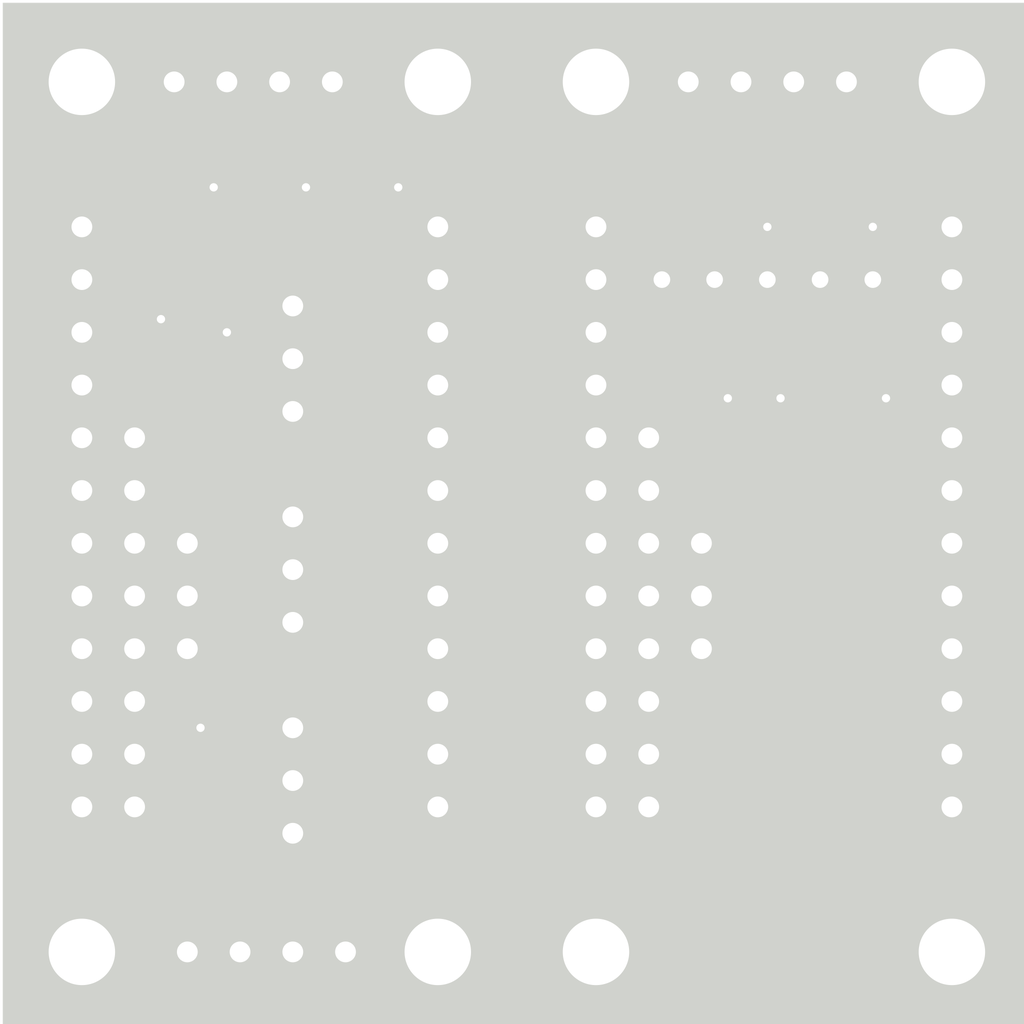
<source format=kicad_pcb>
(kicad_pcb (version 4) (host pcbnew 4.0.7+dfsg1-1~bpo9+1)

  (general
    (links 78)
    (no_connects 0)
    (area 124.38 82.55 173.990001 132.080001)
    (thickness 1.6)
    (drawings 24)
    (tracks 179)
    (zones 0)
    (modules 32)
    (nets 41)
  )

  (page A4)
  (layers
    (0 F.Cu signal)
    (31 B.Cu signal)
    (32 B.Adhes user)
    (33 F.Adhes user)
    (34 B.Paste user)
    (35 F.Paste user)
    (36 B.SilkS user)
    (37 F.SilkS user)
    (38 B.Mask user)
    (39 F.Mask user)
    (40 Dwgs.User user)
    (41 Cmts.User user)
    (42 Eco1.User user)
    (43 Eco2.User user)
    (44 Edge.Cuts user hide)
    (45 Margin user)
    (46 B.CrtYd user)
    (47 F.CrtYd user)
    (48 B.Fab user)
    (49 F.Fab user)
  )

  (setup
    (last_trace_width 0.25)
    (user_trace_width 0.5)
    (trace_clearance 0.2)
    (zone_clearance 0.508)
    (zone_45_only no)
    (trace_min 0.2)
    (segment_width 0.2)
    (edge_width 0.1)
    (via_size 0.6)
    (via_drill 0.4)
    (via_min_size 0.4)
    (via_min_drill 0.3)
    (uvia_size 0.3)
    (uvia_drill 0.1)
    (uvias_allowed no)
    (uvia_min_size 0.2)
    (uvia_min_drill 0.1)
    (pcb_text_width 0.3)
    (pcb_text_size 1.5 1.5)
    (mod_edge_width 0.15)
    (mod_text_size 1 1)
    (mod_text_width 0.15)
    (pad_size 1.5 1.5)
    (pad_drill 0.6)
    (pad_to_mask_clearance 0)
    (aux_axis_origin 0 0)
    (visible_elements FFFFFF7F)
    (pcbplotparams
      (layerselection 0x00030_80000001)
      (usegerberextensions false)
      (excludeedgelayer true)
      (linewidth 0.100000)
      (plotframeref false)
      (viasonmask false)
      (mode 1)
      (useauxorigin false)
      (hpglpennumber 1)
      (hpglpenspeed 20)
      (hpglpendiameter 15)
      (hpglpenoverlay 2)
      (psnegative false)
      (psa4output false)
      (plotreference true)
      (plotvalue true)
      (plotinvisibletext false)
      (padsonsilk false)
      (subtractmaskfromsilk false)
      (outputformat 1)
      (mirror false)
      (drillshape 1)
      (scaleselection 1)
      (outputdirectory ""))
  )

  (net 0 "")
  (net 1 /VIN)
  (net 2 /VCC)
  (net 3 Earth)
  (net 4 /L0)
  (net 5 /L1)
  (net 6 /L2)
  (net 7 /L3)
  (net 8 /L4)
  (net 9 /L5)
  (net 10 /L6)
  (net 11 /L7)
  (net 12 /D0)
  (net 13 /D1)
  (net 14 /D2)
  (net 15 /D3)
  (net 16 /D4)
  (net 17 /D5)
  (net 18 /D6)
  (net 19 /D7)
  (net 20 /VIN2)
  (net 21 /VCC2)
  (net 22 /GND2)
  (net 23 "Net-(J1-Pad2)")
  (net 24 "Net-(J1-Pad3)")
  (net 25 "Net-(J1-Pad4)")
  (net 26 "Net-(J2-Pad1)")
  (net 27 "Net-(J2-Pad2)")
  (net 28 "Net-(J2-Pad3)")
  (net 29 "Net-(J8-Pad2)")
  (net 30 "Net-(J8-Pad3)")
  (net 31 "Net-(J8-Pad4)")
  (net 32 "Net-(J4-Pad2)")
  (net 33 "Net-(J4-Pad3)")
  (net 34 "Net-(J4-Pad4)")
  (net 35 /gate1)
  (net 36 /gate2)
  (net 37 /gate3)
  (net 38 /gate4)
  (net 39 /gate5)
  (net 40 /gate6)

  (net_class Default "This is the default net class."
    (clearance 0.2)
    (trace_width 0.25)
    (via_dia 0.6)
    (via_drill 0.4)
    (uvia_dia 0.3)
    (uvia_drill 0.1)
    (add_net /D0)
    (add_net /D1)
    (add_net /D2)
    (add_net /D3)
    (add_net /D4)
    (add_net /D5)
    (add_net /D6)
    (add_net /D7)
    (add_net /GND2)
    (add_net /L0)
    (add_net /L1)
    (add_net /L2)
    (add_net /L3)
    (add_net /L4)
    (add_net /L5)
    (add_net /L6)
    (add_net /L7)
    (add_net /VCC)
    (add_net /VCC2)
    (add_net /VIN)
    (add_net /VIN2)
    (add_net /gate1)
    (add_net /gate2)
    (add_net /gate3)
    (add_net /gate4)
    (add_net /gate5)
    (add_net /gate6)
    (add_net Earth)
    (add_net "Net-(J1-Pad2)")
    (add_net "Net-(J1-Pad3)")
    (add_net "Net-(J1-Pad4)")
    (add_net "Net-(J2-Pad1)")
    (add_net "Net-(J2-Pad2)")
    (add_net "Net-(J2-Pad3)")
    (add_net "Net-(J4-Pad2)")
    (add_net "Net-(J4-Pad3)")
    (add_net "Net-(J4-Pad4)")
    (add_net "Net-(J8-Pad2)")
    (add_net "Net-(J8-Pad3)")
    (add_net "Net-(J8-Pad4)")
  )

  (module TO_SOT_Packages_SMD:SOT-23 (layer F.Cu) (tedit 5AE8580B) (tstamp 5AE82ABE)
    (at 156.21 90.805 90)
    (descr "SOT-23, Standard")
    (tags SOT-23)
    (path /5AE85D25)
    (attr smd)
    (fp_text reference Q10 (at -1.905 1.905 90) (layer F.SilkS)
      (effects (font (size 1 1) (thickness 0.15)))
    )
    (fp_text value 2N7002 (at 0 2.5 90) (layer F.Fab) hide
      (effects (font (size 1 1) (thickness 0.15)))
    )
    (fp_text user %R (at 0 0 180) (layer F.Fab)
      (effects (font (size 0.5 0.5) (thickness 0.075)))
    )
    (fp_line (start -0.7 -0.95) (end -0.7 1.5) (layer F.Fab) (width 0.1))
    (fp_line (start -0.15 -1.52) (end 0.7 -1.52) (layer F.Fab) (width 0.1))
    (fp_line (start -0.7 -0.95) (end -0.15 -1.52) (layer F.Fab) (width 0.1))
    (fp_line (start 0.7 -1.52) (end 0.7 1.52) (layer F.Fab) (width 0.1))
    (fp_line (start -0.7 1.52) (end 0.7 1.52) (layer F.Fab) (width 0.1))
    (fp_line (start 0.76 1.58) (end 0.76 0.65) (layer F.SilkS) (width 0.12))
    (fp_line (start 0.76 -1.58) (end 0.76 -0.65) (layer F.SilkS) (width 0.12))
    (fp_line (start -1.7 -1.75) (end 1.7 -1.75) (layer F.CrtYd) (width 0.05))
    (fp_line (start 1.7 -1.75) (end 1.7 1.75) (layer F.CrtYd) (width 0.05))
    (fp_line (start 1.7 1.75) (end -1.7 1.75) (layer F.CrtYd) (width 0.05))
    (fp_line (start -1.7 1.75) (end -1.7 -1.75) (layer F.CrtYd) (width 0.05))
    (fp_line (start 0.76 -1.58) (end -1.4 -1.58) (layer F.SilkS) (width 0.12))
    (fp_line (start 0.76 1.58) (end -0.7 1.58) (layer F.SilkS) (width 0.12))
    (pad 1 smd rect (at -1 -0.95 90) (size 0.9 0.8) (layers F.Cu F.Paste F.Mask)
      (net 38 /gate4))
    (pad 2 smd rect (at -1 0.95 90) (size 0.9 0.8) (layers F.Cu F.Paste F.Mask)
      (net 32 "Net-(J4-Pad2)"))
    (pad 3 smd rect (at 1 0 90) (size 0.9 0.8) (layers F.Cu F.Paste F.Mask)
      (net 20 /VIN2))
    (model ${KISYS3DMOD}/TO_SOT_Packages_SMD.3dshapes/SOT-23.wrl
      (at (xyz 0 0 0))
      (scale (xyz 1 1 1))
      (rotate (xyz 0 0 0))
    )
  )

  (module Pin_Headers:Pin_Header_Straight_1x03_Pitch2.54mm (layer F.Cu) (tedit 5AE820CC) (tstamp 5AC825F9)
    (at 133.35 113.665 180)
    (descr "Through hole straight pin header, 1x03, 2.54mm pitch, single row")
    (tags "Through hole pin header THT 1x03 2.54mm single row")
    (path /5AC82502)
    (fp_text reference J2 (at 0 2.54 270) (layer F.Fab)
      (effects (font (size 1 1) (thickness 0.15)))
    )
    (fp_text value Select (at 0 9.525 270) (layer F.SilkS)
      (effects (font (size 1 1) (thickness 0.15)))
    )
    (fp_line (start -0.635 -1.27) (end 1.27 -1.27) (layer F.Fab) (width 0.1))
    (fp_line (start 1.27 -1.27) (end 1.27 6.35) (layer F.Fab) (width 0.1))
    (fp_line (start 1.27 6.35) (end -1.27 6.35) (layer F.Fab) (width 0.1))
    (fp_line (start -1.27 6.35) (end -1.27 -0.635) (layer F.Fab) (width 0.1))
    (fp_line (start -1.27 -0.635) (end -0.635 -1.27) (layer F.Fab) (width 0.1))
    (fp_line (start -1.33 6.41) (end 1.33 6.41) (layer F.SilkS) (width 0.12))
    (fp_line (start -1.33 1.27) (end -1.33 6.41) (layer F.SilkS) (width 0.12))
    (fp_line (start 1.33 1.27) (end 1.33 6.41) (layer F.SilkS) (width 0.12))
    (fp_line (start -1.33 1.27) (end 1.33 1.27) (layer F.SilkS) (width 0.12))
    (fp_line (start -1.33 0) (end -1.33 -1.33) (layer F.SilkS) (width 0.12))
    (fp_line (start -1.33 -1.33) (end 0 -1.33) (layer F.SilkS) (width 0.12))
    (fp_line (start -1.8 -1.8) (end -1.8 6.85) (layer F.CrtYd) (width 0.05))
    (fp_line (start -1.8 6.85) (end 1.8 6.85) (layer F.CrtYd) (width 0.05))
    (fp_line (start 1.8 6.85) (end 1.8 -1.8) (layer F.CrtYd) (width 0.05))
    (fp_line (start 1.8 -1.8) (end -1.8 -1.8) (layer F.CrtYd) (width 0.05))
    (fp_text user %R (at 0 2.54 270) (layer F.Fab)
      (effects (font (size 1 1) (thickness 0.15)))
    )
    (pad 1 thru_hole rect (at 0 0 180) (size 1.7 1.7) (drill 1) (layers *.Cu *.Mask)
      (net 26 "Net-(J2-Pad1)"))
    (pad 2 thru_hole oval (at 0 2.54 180) (size 1.7 1.7) (drill 1) (layers *.Cu *.Mask)
      (net 27 "Net-(J2-Pad2)"))
    (pad 3 thru_hole oval (at 0 5.08 180) (size 1.7 1.7) (drill 1) (layers *.Cu *.Mask)
      (net 28 "Net-(J2-Pad3)"))
    (model ${KISYS3DMOD}/Pin_Headers.3dshapes/Pin_Header_Straight_1x03_Pitch2.54mm.wrl
      (at (xyz 0 0 0))
      (scale (xyz 1 1 1))
      (rotate (xyz 0 0 0))
    )
  )

  (module Mounting_Holes:MountingHole_3.2mm_M3 (layer F.Cu) (tedit 5AC3E0E7) (tstamp 5ACA4CE3)
    (at 128.27 128.27)
    (descr "Mounting Hole 3.2mm, no annular, M3")
    (tags "mounting hole 3.2mm no annular m3")
    (fp_text reference "" (at 0 -4.2) (layer F.SilkS) hide
      (effects (font (size 1 1) (thickness 0.15)))
    )
    (fp_text value M3 (at 0 2.54) (layer F.Fab)
      (effects (font (size 1 1) (thickness 0.15)))
    )
    (fp_circle (center 0 0) (end 3.2 0) (layer Cmts.User) (width 0.15))
    (fp_circle (center 0 0) (end 3.45 0) (layer F.CrtYd) (width 0.05))
    (pad 1 np_thru_hole circle (at 0 0) (size 3.2 3.2) (drill 3.2) (layers *.Cu *.Mask))
  )

  (module Mounting_Holes:MountingHole_3.2mm_M3 (layer F.Cu) (tedit 5AC3E0E2) (tstamp 5AD3E089)
    (at 145.415 128.27)
    (descr "Mounting Hole 3.2mm, no annular, M3")
    (tags "mounting hole 3.2mm no annular m3")
    (fp_text reference "" (at 0 -4.2) (layer F.Fab)
      (effects (font (size 1 1) (thickness 0.15)))
    )
    (fp_text value M3 (at 0 2.54) (layer F.Fab)
      (effects (font (size 1 1) (thickness 0.15)))
    )
    (fp_circle (center 0 0) (end 3.2 0) (layer Cmts.User) (width 0.15))
    (fp_circle (center 0 0) (end 3.45 0) (layer F.CrtYd) (width 0.05))
    (pad 1 np_thru_hole circle (at 0 0) (size 3.2 3.2) (drill 3.2) (layers *.Cu *.Mask))
  )

  (module Mounting_Holes:MountingHole_3.2mm_M3 (layer F.Cu) (tedit 5AC8A328) (tstamp 5ACA4CBC)
    (at 128.27 86.36)
    (descr "Mounting Hole 3.2mm, no annular, M3")
    (tags "mounting hole 3.2mm no annular m3")
    (fp_text reference M3 (at 0 2.54) (layer F.Fab)
      (effects (font (size 1 1) (thickness 0.15)))
    )
    (fp_text value X (at 0 0) (layer F.Fab) hide
      (effects (font (size 1 1) (thickness 0.15)))
    )
    (fp_circle (center 0 0) (end 3.2 0) (layer Cmts.User) (width 0.15))
    (fp_circle (center 0 0) (end 3.45 0) (layer F.CrtYd) (width 0.05))
    (pad 1 np_thru_hole circle (at 0 0) (size 3.2 3.2) (drill 3.2) (layers *.Cu *.Mask))
  )

  (module Mounting_Holes:MountingHole_3.2mm_M3 (layer F.Cu) (tedit 5AC8A30C) (tstamp 5ACA4CC9)
    (at 170.18 86.36)
    (descr "Mounting Hole 3.2mm, no annular, M3")
    (tags "mounting hole 3.2mm no annular m3")
    (fp_text reference M3 (at 0 2.54) (layer F.Fab)
      (effects (font (size 1 1) (thickness 0.15)))
    )
    (fp_text value X (at 0 0) (layer F.Fab) hide
      (effects (font (size 1 1) (thickness 0.15)))
    )
    (fp_circle (center 0 0) (end 3.2 0) (layer Cmts.User) (width 0.15))
    (fp_circle (center 0 0) (end 3.45 0) (layer F.CrtYd) (width 0.05))
    (pad 1 np_thru_hole circle (at 0 0) (size 3.2 3.2) (drill 3.2) (layers *.Cu *.Mask))
  )

  (module Mounting_Holes:MountingHole_3.2mm_M3 (layer F.Cu) (tedit 5AC3E0EB) (tstamp 5ACA4CD6)
    (at 170.18 128.27)
    (descr "Mounting Hole 3.2mm, no annular, M3")
    (tags "mounting hole 3.2mm no annular m3")
    (fp_text reference "" (at 0 -4.2) (layer F.SilkS) hide
      (effects (font (size 1 1) (thickness 0.15)))
    )
    (fp_text value M3 (at 0 2.54) (layer F.Fab)
      (effects (font (size 1 1) (thickness 0.15)))
    )
    (fp_circle (center 0 0) (end 3.2 0) (layer Cmts.User) (width 0.15))
    (fp_circle (center 0 0) (end 3.45 0) (layer F.CrtYd) (width 0.05))
    (pad 1 np_thru_hole circle (at 0 0) (size 3.2 3.2) (drill 3.2) (layers *.Cu *.Mask))
  )

  (module Mounting_Holes:MountingHole_3.2mm_M3 (layer F.Cu) (tedit 5AC8A319) (tstamp 5AD3DFF5)
    (at 145.415 86.36)
    (descr "Mounting Hole 3.2mm, no annular, M3")
    (tags "mounting hole 3.2mm no annular m3")
    (fp_text reference X (at 0 0) (layer F.Fab) hide
      (effects (font (size 1 1) (thickness 0.15)))
    )
    (fp_text value M3 (at 0 2.54) (layer F.Fab)
      (effects (font (size 1 1) (thickness 0.15)))
    )
    (fp_circle (center 0 0) (end 3.2 0) (layer Cmts.User) (width 0.15))
    (fp_circle (center 0 0) (end 3.45 0) (layer F.CrtYd) (width 0.05))
    (pad 1 np_thru_hole circle (at 0 0) (size 3.2 3.2) (drill 3.2) (layers *.Cu *.Mask))
  )

  (module Mounting_Holes:MountingHole_3.2mm_M3 (layer F.Cu) (tedit 5AC8A307) (tstamp 5AD3E07C)
    (at 153.035 86.36)
    (descr "Mounting Hole 3.2mm, no annular, M3")
    (tags "mounting hole 3.2mm no annular m3")
    (fp_text reference X (at 0 0) (layer F.Fab) hide
      (effects (font (size 1 1) (thickness 0.15)))
    )
    (fp_text value M3 (at 0 2.54) (layer F.Fab)
      (effects (font (size 1 1) (thickness 0.15)))
    )
    (fp_circle (center 0 0) (end 3.2 0) (layer Cmts.User) (width 0.15))
    (fp_circle (center 0 0) (end 3.45 0) (layer F.CrtYd) (width 0.05))
    (pad 1 np_thru_hole circle (at 0 0) (size 3.2 3.2) (drill 3.2) (layers *.Cu *.Mask))
  )

  (module Mounting_Holes:MountingHole_3.2mm_M3 (layer F.Cu) (tedit 5AC3E0E0) (tstamp 5AD3E096)
    (at 153.035 128.27)
    (descr "Mounting Hole 3.2mm, no annular, M3")
    (tags "mounting hole 3.2mm no annular m3")
    (fp_text reference "" (at 0 -4.2) (layer F.Fab)
      (effects (font (size 1 1) (thickness 0.15)))
    )
    (fp_text value M3 (at 0 2.54) (layer F.Fab)
      (effects (font (size 1 1) (thickness 0.15)))
    )
    (fp_circle (center 0 0) (end 3.2 0) (layer Cmts.User) (width 0.15))
    (fp_circle (center 0 0) (end 3.45 0) (layer F.CrtYd) (width 0.05))
    (pad 1 np_thru_hole circle (at 0 0) (size 3.2 3.2) (drill 3.2) (layers *.Cu *.Mask))
  )

  (module Pin_Headers:Pin_Header_Straight_1x12_Pitch2.54mm (layer F.Cu) (tedit 5AE81E6D) (tstamp 5AC522E5)
    (at 128.27 93.345)
    (descr "Through hole straight pin header, 1x12, 2.54mm pitch, single row")
    (tags "Through hole pin header THT 1x12 2.54mm single row")
    (path /5AC3D559)
    (fp_text reference I1 (at 0 -2.33) (layer F.Fab)
      (effects (font (size 1 1) (thickness 0.15)))
    )
    (fp_text value Input (at 0 30.27) (layer F.Fab)
      (effects (font (size 1 1) (thickness 0.15)))
    )
    (fp_line (start -0.635 -1.27) (end 1.27 -1.27) (layer F.Fab) (width 0.1))
    (fp_line (start 1.27 -1.27) (end 1.27 29.21) (layer F.Fab) (width 0.1))
    (fp_line (start 1.27 29.21) (end -1.27 29.21) (layer F.Fab) (width 0.1))
    (fp_line (start -1.27 29.21) (end -1.27 -0.635) (layer F.Fab) (width 0.1))
    (fp_line (start -1.27 -0.635) (end -0.635 -1.27) (layer F.Fab) (width 0.1))
    (fp_line (start -1.33 29.27) (end 1.33 29.27) (layer F.SilkS) (width 0.12))
    (fp_line (start -1.33 1.27) (end -1.33 29.27) (layer F.SilkS) (width 0.12))
    (fp_line (start 1.33 1.27) (end 1.33 29.27) (layer F.SilkS) (width 0.12))
    (fp_line (start -1.33 1.27) (end 1.33 1.27) (layer F.SilkS) (width 0.12))
    (fp_line (start -1.33 0) (end -1.33 -1.33) (layer F.SilkS) (width 0.12))
    (fp_line (start -1.33 -1.33) (end 0 -1.33) (layer F.SilkS) (width 0.12))
    (fp_line (start -1.8 -1.8) (end -1.8 29.75) (layer F.CrtYd) (width 0.05))
    (fp_line (start -1.8 29.75) (end 1.8 29.75) (layer F.CrtYd) (width 0.05))
    (fp_line (start 1.8 29.75) (end 1.8 -1.8) (layer F.CrtYd) (width 0.05))
    (fp_line (start 1.8 -1.8) (end -1.8 -1.8) (layer F.CrtYd) (width 0.05))
    (fp_text user %R (at 0 13.97 90) (layer F.Fab)
      (effects (font (size 1 1) (thickness 0.15)))
    )
    (pad 1 thru_hole rect (at 0 0) (size 1.7 1.7) (drill 1) (layers *.Cu *.Mask)
      (net 1 /VIN))
    (pad 2 thru_hole oval (at 0 2.54) (size 1.7 1.7) (drill 1) (layers *.Cu *.Mask)
      (net 2 /VCC))
    (pad 3 thru_hole oval (at 0 5.08) (size 1.7 1.7) (drill 1) (layers *.Cu *.Mask)
      (net 3 Earth))
    (pad 4 thru_hole oval (at 0 7.62) (size 1.7 1.7) (drill 1) (layers *.Cu *.Mask))
    (pad 5 thru_hole oval (at 0 10.16) (size 1.7 1.7) (drill 1) (layers *.Cu *.Mask)
      (net 4 /L0))
    (pad 6 thru_hole oval (at 0 12.7) (size 1.7 1.7) (drill 1) (layers *.Cu *.Mask)
      (net 5 /L1))
    (pad 7 thru_hole oval (at 0 15.24) (size 1.7 1.7) (drill 1) (layers *.Cu *.Mask)
      (net 6 /L2))
    (pad 8 thru_hole oval (at 0 17.78) (size 1.7 1.7) (drill 1) (layers *.Cu *.Mask)
      (net 7 /L3))
    (pad 9 thru_hole oval (at 0 20.32) (size 1.7 1.7) (drill 1) (layers *.Cu *.Mask)
      (net 8 /L4))
    (pad 10 thru_hole oval (at 0 22.86) (size 1.7 1.7) (drill 1) (layers *.Cu *.Mask)
      (net 9 /L5))
    (pad 11 thru_hole oval (at 0 25.4) (size 1.7 1.7) (drill 1) (layers *.Cu *.Mask)
      (net 10 /L6))
    (pad 12 thru_hole oval (at 0 27.94) (size 1.7 1.7) (drill 1) (layers *.Cu *.Mask)
      (net 11 /L7))
    (model ${KISYS3DMOD}/Pin_Headers.3dshapes/Pin_Header_Straight_1x12_Pitch2.54mm.wrl
      (at (xyz 0 0 0))
      (scale (xyz 1 1 1))
      (rotate (xyz 0 0 0))
    )
  )

  (module Pin_Headers:Pin_Header_Straight_1x12_Pitch2.54mm (layer F.Cu) (tedit 5AE81E68) (tstamp 5AC52305)
    (at 153.035 93.345)
    (descr "Through hole straight pin header, 1x12, 2.54mm pitch, single row")
    (tags "Through hole pin header THT 1x12 2.54mm single row")
    (path /5AC3F374)
    (fp_text reference I2 (at 0 -2.33) (layer F.Fab)
      (effects (font (size 1 1) (thickness 0.15)))
    )
    (fp_text value Input (at 0 30.27) (layer F.Fab)
      (effects (font (size 1 1) (thickness 0.15)))
    )
    (fp_line (start -0.635 -1.27) (end 1.27 -1.27) (layer F.Fab) (width 0.1))
    (fp_line (start 1.27 -1.27) (end 1.27 29.21) (layer F.Fab) (width 0.1))
    (fp_line (start 1.27 29.21) (end -1.27 29.21) (layer F.Fab) (width 0.1))
    (fp_line (start -1.27 29.21) (end -1.27 -0.635) (layer F.Fab) (width 0.1))
    (fp_line (start -1.27 -0.635) (end -0.635 -1.27) (layer F.Fab) (width 0.1))
    (fp_line (start -1.33 29.27) (end 1.33 29.27) (layer F.SilkS) (width 0.12))
    (fp_line (start -1.33 1.27) (end -1.33 29.27) (layer F.SilkS) (width 0.12))
    (fp_line (start 1.33 1.27) (end 1.33 29.27) (layer F.SilkS) (width 0.12))
    (fp_line (start -1.33 1.27) (end 1.33 1.27) (layer F.SilkS) (width 0.12))
    (fp_line (start -1.33 0) (end -1.33 -1.33) (layer F.SilkS) (width 0.12))
    (fp_line (start -1.33 -1.33) (end 0 -1.33) (layer F.SilkS) (width 0.12))
    (fp_line (start -1.8 -1.8) (end -1.8 29.75) (layer F.CrtYd) (width 0.05))
    (fp_line (start -1.8 29.75) (end 1.8 29.75) (layer F.CrtYd) (width 0.05))
    (fp_line (start 1.8 29.75) (end 1.8 -1.8) (layer F.CrtYd) (width 0.05))
    (fp_line (start 1.8 -1.8) (end -1.8 -1.8) (layer F.CrtYd) (width 0.05))
    (fp_text user %R (at 0 13.97 90) (layer F.Fab)
      (effects (font (size 1 1) (thickness 0.15)))
    )
    (pad 1 thru_hole rect (at 0 0) (size 1.7 1.7) (drill 1) (layers *.Cu *.Mask)
      (net 20 /VIN2))
    (pad 2 thru_hole oval (at 0 2.54) (size 1.7 1.7) (drill 1) (layers *.Cu *.Mask)
      (net 21 /VCC2))
    (pad 3 thru_hole oval (at 0 5.08) (size 1.7 1.7) (drill 1) (layers *.Cu *.Mask)
      (net 22 /GND2))
    (pad 4 thru_hole oval (at 0 7.62) (size 1.7 1.7) (drill 1) (layers *.Cu *.Mask))
    (pad 5 thru_hole oval (at 0 10.16) (size 1.7 1.7) (drill 1) (layers *.Cu *.Mask)
      (net 12 /D0))
    (pad 6 thru_hole oval (at 0 12.7) (size 1.7 1.7) (drill 1) (layers *.Cu *.Mask)
      (net 13 /D1))
    (pad 7 thru_hole oval (at 0 15.24) (size 1.7 1.7) (drill 1) (layers *.Cu *.Mask)
      (net 14 /D2))
    (pad 8 thru_hole oval (at 0 17.78) (size 1.7 1.7) (drill 1) (layers *.Cu *.Mask)
      (net 15 /D3))
    (pad 9 thru_hole oval (at 0 20.32) (size 1.7 1.7) (drill 1) (layers *.Cu *.Mask)
      (net 16 /D4))
    (pad 10 thru_hole oval (at 0 22.86) (size 1.7 1.7) (drill 1) (layers *.Cu *.Mask)
      (net 17 /D5))
    (pad 11 thru_hole oval (at 0 25.4) (size 1.7 1.7) (drill 1) (layers *.Cu *.Mask)
      (net 18 /D6))
    (pad 12 thru_hole oval (at 0 27.94) (size 1.7 1.7) (drill 1) (layers *.Cu *.Mask)
      (net 19 /D7))
    (model ${KISYS3DMOD}/Pin_Headers.3dshapes/Pin_Header_Straight_1x12_Pitch2.54mm.wrl
      (at (xyz 0 0 0))
      (scale (xyz 1 1 1))
      (rotate (xyz 0 0 0))
    )
  )

  (module Socket_Strips:Socket_Strip_Straight_1x12_Pitch2.54mm (layer F.Cu) (tedit 5AE81E78) (tstamp 5AC52324)
    (at 145.415 93.345)
    (descr "Through hole straight socket strip, 1x12, 2.54mm pitch, single row")
    (tags "Through hole socket strip THT 1x12 2.54mm single row")
    (path /5AC3D61D)
    (fp_text reference O1 (at 0 -2.33) (layer F.Fab)
      (effects (font (size 1 1) (thickness 0.15)))
    )
    (fp_text value Output (at 0 30.27) (layer F.Fab)
      (effects (font (size 1 1) (thickness 0.15)))
    )
    (fp_line (start -1.27 -1.27) (end -1.27 29.21) (layer F.Fab) (width 0.1))
    (fp_line (start -1.27 29.21) (end 1.27 29.21) (layer F.Fab) (width 0.1))
    (fp_line (start 1.27 29.21) (end 1.27 -1.27) (layer F.Fab) (width 0.1))
    (fp_line (start 1.27 -1.27) (end -1.27 -1.27) (layer F.Fab) (width 0.1))
    (fp_line (start -1.33 1.27) (end -1.33 29.27) (layer F.SilkS) (width 0.12))
    (fp_line (start -1.33 29.27) (end 1.33 29.27) (layer F.SilkS) (width 0.12))
    (fp_line (start 1.33 29.27) (end 1.33 1.27) (layer F.SilkS) (width 0.12))
    (fp_line (start 1.33 1.27) (end -1.33 1.27) (layer F.SilkS) (width 0.12))
    (fp_line (start -1.33 0) (end -1.33 -1.33) (layer F.SilkS) (width 0.12))
    (fp_line (start -1.33 -1.33) (end 0 -1.33) (layer F.SilkS) (width 0.12))
    (fp_line (start -1.8 -1.8) (end -1.8 29.75) (layer F.CrtYd) (width 0.05))
    (fp_line (start -1.8 29.75) (end 1.8 29.75) (layer F.CrtYd) (width 0.05))
    (fp_line (start 1.8 29.75) (end 1.8 -1.8) (layer F.CrtYd) (width 0.05))
    (fp_line (start 1.8 -1.8) (end -1.8 -1.8) (layer F.CrtYd) (width 0.05))
    (fp_text user %R (at 0 -2.33) (layer F.Fab) hide
      (effects (font (size 1 1) (thickness 0.15)))
    )
    (pad 1 thru_hole rect (at 0 0) (size 1.7 1.7) (drill 1) (layers *.Cu *.Mask)
      (net 1 /VIN))
    (pad 2 thru_hole oval (at 0 2.54) (size 1.7 1.7) (drill 1) (layers *.Cu *.Mask)
      (net 2 /VCC))
    (pad 3 thru_hole oval (at 0 5.08) (size 1.7 1.7) (drill 1) (layers *.Cu *.Mask)
      (net 3 Earth))
    (pad 4 thru_hole oval (at 0 7.62) (size 1.7 1.7) (drill 1) (layers *.Cu *.Mask))
    (pad 5 thru_hole oval (at 0 10.16) (size 1.7 1.7) (drill 1) (layers *.Cu *.Mask)
      (net 4 /L0))
    (pad 6 thru_hole oval (at 0 12.7) (size 1.7 1.7) (drill 1) (layers *.Cu *.Mask)
      (net 5 /L1))
    (pad 7 thru_hole oval (at 0 15.24) (size 1.7 1.7) (drill 1) (layers *.Cu *.Mask)
      (net 6 /L2))
    (pad 8 thru_hole oval (at 0 17.78) (size 1.7 1.7) (drill 1) (layers *.Cu *.Mask)
      (net 7 /L3))
    (pad 9 thru_hole oval (at 0 20.32) (size 1.7 1.7) (drill 1) (layers *.Cu *.Mask)
      (net 8 /L4))
    (pad 10 thru_hole oval (at 0 22.86) (size 1.7 1.7) (drill 1) (layers *.Cu *.Mask)
      (net 9 /L5))
    (pad 11 thru_hole oval (at 0 25.4) (size 1.7 1.7) (drill 1) (layers *.Cu *.Mask)
      (net 10 /L6))
    (pad 12 thru_hole oval (at 0 27.94) (size 1.7 1.7) (drill 1) (layers *.Cu *.Mask)
      (net 11 /L7))
    (model ${KISYS3DMOD}/Socket_Strips.3dshapes/Socket_Strip_Straight_1x12_Pitch2.54mm.wrl
      (at (xyz 0 -0.55 0))
      (scale (xyz 1 1 1))
      (rotate (xyz 0 0 270))
    )
  )

  (module Socket_Strips:Socket_Strip_Straight_1x12_Pitch2.54mm (layer F.Cu) (tedit 5AE81E86) (tstamp 5AC52343)
    (at 170.18 93.345)
    (descr "Through hole straight socket strip, 1x12, 2.54mm pitch, single row")
    (tags "Through hole socket strip THT 1x12 2.54mm single row")
    (path /5AC3F2A9)
    (fp_text reference O2 (at 0 -2.33) (layer F.Fab)
      (effects (font (size 1 1) (thickness 0.15)))
    )
    (fp_text value Output (at 0 30.27) (layer F.Fab)
      (effects (font (size 1 1) (thickness 0.15)))
    )
    (fp_line (start -1.27 -1.27) (end -1.27 29.21) (layer F.Fab) (width 0.1))
    (fp_line (start -1.27 29.21) (end 1.27 29.21) (layer F.Fab) (width 0.1))
    (fp_line (start 1.27 29.21) (end 1.27 -1.27) (layer F.Fab) (width 0.1))
    (fp_line (start 1.27 -1.27) (end -1.27 -1.27) (layer F.Fab) (width 0.1))
    (fp_line (start -1.33 1.27) (end -1.33 29.27) (layer F.SilkS) (width 0.12))
    (fp_line (start -1.33 29.27) (end 1.33 29.27) (layer F.SilkS) (width 0.12))
    (fp_line (start 1.33 29.27) (end 1.33 1.27) (layer F.SilkS) (width 0.12))
    (fp_line (start 1.33 1.27) (end -1.33 1.27) (layer F.SilkS) (width 0.12))
    (fp_line (start -1.33 0) (end -1.33 -1.33) (layer F.SilkS) (width 0.12))
    (fp_line (start -1.33 -1.33) (end 0 -1.33) (layer F.SilkS) (width 0.12))
    (fp_line (start -1.8 -1.8) (end -1.8 29.75) (layer F.CrtYd) (width 0.05))
    (fp_line (start -1.8 29.75) (end 1.8 29.75) (layer F.CrtYd) (width 0.05))
    (fp_line (start 1.8 29.75) (end 1.8 -1.8) (layer F.CrtYd) (width 0.05))
    (fp_line (start 1.8 -1.8) (end -1.8 -1.8) (layer F.CrtYd) (width 0.05))
    (fp_text user %R (at 0 -2.33) (layer F.Fab) hide
      (effects (font (size 1 1) (thickness 0.15)))
    )
    (pad 1 thru_hole rect (at 0 0) (size 1.7 1.7) (drill 1) (layers *.Cu *.Mask)
      (net 20 /VIN2))
    (pad 2 thru_hole oval (at 0 2.54) (size 1.7 1.7) (drill 1) (layers *.Cu *.Mask)
      (net 21 /VCC2))
    (pad 3 thru_hole oval (at 0 5.08) (size 1.7 1.7) (drill 1) (layers *.Cu *.Mask)
      (net 22 /GND2))
    (pad 4 thru_hole oval (at 0 7.62) (size 1.7 1.7) (drill 1) (layers *.Cu *.Mask))
    (pad 5 thru_hole oval (at 0 10.16) (size 1.7 1.7) (drill 1) (layers *.Cu *.Mask)
      (net 12 /D0))
    (pad 6 thru_hole oval (at 0 12.7) (size 1.7 1.7) (drill 1) (layers *.Cu *.Mask)
      (net 13 /D1))
    (pad 7 thru_hole oval (at 0 15.24) (size 1.7 1.7) (drill 1) (layers *.Cu *.Mask)
      (net 14 /D2))
    (pad 8 thru_hole oval (at 0 17.78) (size 1.7 1.7) (drill 1) (layers *.Cu *.Mask)
      (net 15 /D3))
    (pad 9 thru_hole oval (at 0 20.32) (size 1.7 1.7) (drill 1) (layers *.Cu *.Mask)
      (net 16 /D4))
    (pad 10 thru_hole oval (at 0 22.86) (size 1.7 1.7) (drill 1) (layers *.Cu *.Mask)
      (net 17 /D5))
    (pad 11 thru_hole oval (at 0 25.4) (size 1.7 1.7) (drill 1) (layers *.Cu *.Mask)
      (net 18 /D6))
    (pad 12 thru_hole oval (at 0 27.94) (size 1.7 1.7) (drill 1) (layers *.Cu *.Mask)
      (net 19 /D7))
    (model ${KISYS3DMOD}/Socket_Strips.3dshapes/Socket_Strip_Straight_1x12_Pitch2.54mm.wrl
      (at (xyz 0 -0.55 0))
      (scale (xyz 1 1 1))
      (rotate (xyz 0 0 270))
    )
  )

  (module Pin_Headers:Pin_Header_Straight_1x04_Pitch2.54mm (layer F.Cu) (tedit 5AE81E98) (tstamp 5AC82375)
    (at 132.715 86.36 90)
    (descr "Through hole straight pin header, 1x04, 2.54mm pitch, single row")
    (tags "Through hole pin header THT 1x04 2.54mm single row")
    (path /5AC8230D)
    (fp_text reference J1 (at 0 -2.33 90) (layer F.Fab)
      (effects (font (size 1 1) (thickness 0.15)))
    )
    (fp_text value Term (at 2.54 3.81 180) (layer F.Fab)
      (effects (font (size 1 1) (thickness 0.15)))
    )
    (fp_line (start -0.635 -1.27) (end 1.27 -1.27) (layer F.Fab) (width 0.1))
    (fp_line (start 1.27 -1.27) (end 1.27 8.89) (layer F.Fab) (width 0.1))
    (fp_line (start 1.27 8.89) (end -1.27 8.89) (layer F.Fab) (width 0.1))
    (fp_line (start -1.27 8.89) (end -1.27 -0.635) (layer F.Fab) (width 0.1))
    (fp_line (start -1.27 -0.635) (end -0.635 -1.27) (layer F.Fab) (width 0.1))
    (fp_line (start -1.33 8.95) (end 1.33 8.95) (layer F.SilkS) (width 0.12))
    (fp_line (start -1.33 1.27) (end -1.33 8.95) (layer F.SilkS) (width 0.12))
    (fp_line (start 1.33 1.27) (end 1.33 8.95) (layer F.SilkS) (width 0.12))
    (fp_line (start -1.33 1.27) (end 1.33 1.27) (layer F.SilkS) (width 0.12))
    (fp_line (start -1.33 0) (end -1.33 -1.33) (layer F.SilkS) (width 0.12))
    (fp_line (start -1.33 -1.33) (end 0 -1.33) (layer F.SilkS) (width 0.12))
    (fp_line (start -1.8 -1.8) (end -1.8 9.4) (layer F.CrtYd) (width 0.05))
    (fp_line (start -1.8 9.4) (end 1.8 9.4) (layer F.CrtYd) (width 0.05))
    (fp_line (start 1.8 9.4) (end 1.8 -1.8) (layer F.CrtYd) (width 0.05))
    (fp_line (start 1.8 -1.8) (end -1.8 -1.8) (layer F.CrtYd) (width 0.05))
    (fp_text user %R (at 0 3.81 180) (layer F.Fab)
      (effects (font (size 1 1) (thickness 0.15)))
    )
    (pad 1 thru_hole rect (at 0 0 90) (size 1.7 1.7) (drill 1) (layers *.Cu *.Mask)
      (net 1 /VIN))
    (pad 2 thru_hole oval (at 0 2.54 90) (size 1.7 1.7) (drill 1) (layers *.Cu *.Mask)
      (net 23 "Net-(J1-Pad2)"))
    (pad 3 thru_hole oval (at 0 5.08 90) (size 1.7 1.7) (drill 1) (layers *.Cu *.Mask)
      (net 24 "Net-(J1-Pad3)"))
    (pad 4 thru_hole oval (at 0 7.62 90) (size 1.7 1.7) (drill 1) (layers *.Cu *.Mask)
      (net 25 "Net-(J1-Pad4)"))
    (model ${KISYS3DMOD}/Pin_Headers.3dshapes/Pin_Header_Straight_1x04_Pitch2.54mm.wrl
      (at (xyz 0 0 0))
      (scale (xyz 1 1 1))
      (rotate (xyz 0 0 0))
    )
  )

  (module Pin_Headers:Pin_Header_Straight_1x08_Pitch2.54mm (layer F.Cu) (tedit 5AE820C6) (tstamp 5AC825E2)
    (at 130.81 103.505)
    (descr "Through hole straight pin header, 1x08, 2.54mm pitch, single row")
    (tags "Through hole pin header THT 1x08 2.54mm single row")
    (path /5AC82551)
    (fp_text reference H1 (at 0 1.27) (layer F.Fab)
      (effects (font (size 1 1) (thickness 0.15)))
    )
    (fp_text value Choice (at 0 -4.445 90) (layer F.SilkS)
      (effects (font (size 1 1) (thickness 0.15)))
    )
    (fp_line (start -0.635 -1.27) (end 1.27 -1.27) (layer F.Fab) (width 0.1))
    (fp_line (start 1.27 -1.27) (end 1.27 19.05) (layer F.Fab) (width 0.1))
    (fp_line (start 1.27 19.05) (end -1.27 19.05) (layer F.Fab) (width 0.1))
    (fp_line (start -1.27 19.05) (end -1.27 -0.635) (layer F.Fab) (width 0.1))
    (fp_line (start -1.27 -0.635) (end -0.635 -1.27) (layer F.Fab) (width 0.1))
    (fp_line (start -1.33 19.11) (end 1.33 19.11) (layer F.SilkS) (width 0.12))
    (fp_line (start -1.33 1.27) (end -1.33 19.11) (layer F.SilkS) (width 0.12))
    (fp_line (start 1.33 1.27) (end 1.33 19.11) (layer F.SilkS) (width 0.12))
    (fp_line (start -1.33 1.27) (end 1.33 1.27) (layer F.SilkS) (width 0.12))
    (fp_line (start -1.33 0) (end -1.33 -1.33) (layer F.SilkS) (width 0.12))
    (fp_line (start -1.33 -1.33) (end 0 -1.33) (layer F.SilkS) (width 0.12))
    (fp_line (start -1.8 -1.8) (end -1.8 19.55) (layer F.CrtYd) (width 0.05))
    (fp_line (start -1.8 19.55) (end 1.8 19.55) (layer F.CrtYd) (width 0.05))
    (fp_line (start 1.8 19.55) (end 1.8 -1.8) (layer F.CrtYd) (width 0.05))
    (fp_line (start 1.8 -1.8) (end -1.8 -1.8) (layer F.CrtYd) (width 0.05))
    (fp_text user %R (at 0 8.89 90) (layer F.Fab)
      (effects (font (size 1 1) (thickness 0.15)))
    )
    (pad 1 thru_hole rect (at 0 0) (size 1.7 1.7) (drill 1) (layers *.Cu *.Mask)
      (net 4 /L0))
    (pad 2 thru_hole oval (at 0 2.54) (size 1.7 1.7) (drill 1) (layers *.Cu *.Mask)
      (net 5 /L1))
    (pad 3 thru_hole oval (at 0 5.08) (size 1.7 1.7) (drill 1) (layers *.Cu *.Mask)
      (net 6 /L2))
    (pad 4 thru_hole oval (at 0 7.62) (size 1.7 1.7) (drill 1) (layers *.Cu *.Mask)
      (net 7 /L3))
    (pad 5 thru_hole oval (at 0 10.16) (size 1.7 1.7) (drill 1) (layers *.Cu *.Mask)
      (net 8 /L4))
    (pad 6 thru_hole oval (at 0 12.7) (size 1.7 1.7) (drill 1) (layers *.Cu *.Mask)
      (net 9 /L5))
    (pad 7 thru_hole oval (at 0 15.24) (size 1.7 1.7) (drill 1) (layers *.Cu *.Mask)
      (net 10 /L6))
    (pad 8 thru_hole oval (at 0 17.78) (size 1.7 1.7) (drill 1) (layers *.Cu *.Mask)
      (net 11 /L7))
    (model ${KISYS3DMOD}/Pin_Headers.3dshapes/Pin_Header_Straight_1x08_Pitch2.54mm.wrl
      (at (xyz 0 0 0))
      (scale (xyz 1 1 1))
      (rotate (xyz 0 0 0))
    )
  )

  (module TO_SOT_Packages_SMD:SOT-23 (layer F.Cu) (tedit 5AE85C7E) (tstamp 5AC8273D)
    (at 140.97 92.71 90)
    (descr "SOT-23, Standard")
    (tags SOT-23)
    (path /5AC82C5A)
    (attr smd)
    (fp_text reference Q1 (at 0 -2.5 90) (layer F.Fab)
      (effects (font (size 1 1) (thickness 0.15)))
    )
    (fp_text value BSS138 (at -2.54 0.635 180) (layer F.Fab) hide
      (effects (font (size 1 1) (thickness 0.15)))
    )
    (fp_text user %R (at 0 0 180) (layer F.Fab)
      (effects (font (size 0.5 0.5) (thickness 0.075)))
    )
    (fp_line (start -0.7 -0.95) (end -0.7 1.5) (layer F.Fab) (width 0.1))
    (fp_line (start -0.15 -1.52) (end 0.7 -1.52) (layer F.Fab) (width 0.1))
    (fp_line (start -0.7 -0.95) (end -0.15 -1.52) (layer F.Fab) (width 0.1))
    (fp_line (start 0.7 -1.52) (end 0.7 1.52) (layer F.Fab) (width 0.1))
    (fp_line (start -0.7 1.52) (end 0.7 1.52) (layer F.Fab) (width 0.1))
    (fp_line (start 0.76 1.58) (end 0.76 0.65) (layer F.SilkS) (width 0.12))
    (fp_line (start 0.76 -1.58) (end 0.76 -0.65) (layer F.SilkS) (width 0.12))
    (fp_line (start -1.7 -1.75) (end 1.7 -1.75) (layer F.CrtYd) (width 0.05))
    (fp_line (start 1.7 -1.75) (end 1.7 1.75) (layer F.CrtYd) (width 0.05))
    (fp_line (start 1.7 1.75) (end -1.7 1.75) (layer F.CrtYd) (width 0.05))
    (fp_line (start -1.7 1.75) (end -1.7 -1.75) (layer F.CrtYd) (width 0.05))
    (fp_line (start 0.76 -1.58) (end -1.4 -1.58) (layer F.SilkS) (width 0.12))
    (fp_line (start 0.76 1.58) (end -0.7 1.58) (layer F.SilkS) (width 0.12))
    (pad 1 smd rect (at -1 -0.95 90) (size 0.9 0.8) (layers F.Cu F.Paste F.Mask)
      (net 28 "Net-(J2-Pad3)"))
    (pad 2 smd rect (at -1 0.95 90) (size 0.9 0.8) (layers F.Cu F.Paste F.Mask)
      (net 3 Earth))
    (pad 3 smd rect (at 1 0 90) (size 0.9 0.8) (layers F.Cu F.Paste F.Mask)
      (net 25 "Net-(J1-Pad4)"))
    (model ${KISYS3DMOD}/TO_SOT_Packages_SMD.3dshapes/SOT-23.wrl
      (at (xyz 0 0 0))
      (scale (xyz 1 1 1))
      (rotate (xyz 0 0 0))
    )
  )

  (module TO_SOT_Packages_SMD:SOT-23 (layer F.Cu) (tedit 5AE85C7A) (tstamp 5AC82751)
    (at 136.525 92.71 90)
    (descr "SOT-23, Standard")
    (tags SOT-23)
    (path /5AC82D7A)
    (attr smd)
    (fp_text reference Q2 (at 0 -2.5 90) (layer F.Fab)
      (effects (font (size 1 1) (thickness 0.15)))
    )
    (fp_text value BSS138 (at 2.54 1.905 180) (layer F.Fab) hide
      (effects (font (size 1 1) (thickness 0.15)))
    )
    (fp_text user %R (at 0 0 180) (layer F.Fab)
      (effects (font (size 0.5 0.5) (thickness 0.075)))
    )
    (fp_line (start -0.7 -0.95) (end -0.7 1.5) (layer F.Fab) (width 0.1))
    (fp_line (start -0.15 -1.52) (end 0.7 -1.52) (layer F.Fab) (width 0.1))
    (fp_line (start -0.7 -0.95) (end -0.15 -1.52) (layer F.Fab) (width 0.1))
    (fp_line (start 0.7 -1.52) (end 0.7 1.52) (layer F.Fab) (width 0.1))
    (fp_line (start -0.7 1.52) (end 0.7 1.52) (layer F.Fab) (width 0.1))
    (fp_line (start 0.76 1.58) (end 0.76 0.65) (layer F.SilkS) (width 0.12))
    (fp_line (start 0.76 -1.58) (end 0.76 -0.65) (layer F.SilkS) (width 0.12))
    (fp_line (start -1.7 -1.75) (end 1.7 -1.75) (layer F.CrtYd) (width 0.05))
    (fp_line (start 1.7 -1.75) (end 1.7 1.75) (layer F.CrtYd) (width 0.05))
    (fp_line (start 1.7 1.75) (end -1.7 1.75) (layer F.CrtYd) (width 0.05))
    (fp_line (start -1.7 1.75) (end -1.7 -1.75) (layer F.CrtYd) (width 0.05))
    (fp_line (start 0.76 -1.58) (end -1.4 -1.58) (layer F.SilkS) (width 0.12))
    (fp_line (start 0.76 1.58) (end -0.7 1.58) (layer F.SilkS) (width 0.12))
    (pad 1 smd rect (at -1 -0.95 90) (size 0.9 0.8) (layers F.Cu F.Paste F.Mask)
      (net 27 "Net-(J2-Pad2)"))
    (pad 2 smd rect (at -1 0.95 90) (size 0.9 0.8) (layers F.Cu F.Paste F.Mask)
      (net 3 Earth))
    (pad 3 smd rect (at 1 0 90) (size 0.9 0.8) (layers F.Cu F.Paste F.Mask)
      (net 24 "Net-(J1-Pad3)"))
    (model ${KISYS3DMOD}/TO_SOT_Packages_SMD.3dshapes/SOT-23.wrl
      (at (xyz 0 0 0))
      (scale (xyz 1 1 1))
      (rotate (xyz 0 0 0))
    )
  )

  (module TO_SOT_Packages_SMD:SOT-23 (layer F.Cu) (tedit 5AE85C83) (tstamp 5AC82765)
    (at 132.08 92.71 90)
    (descr "SOT-23, Standard")
    (tags SOT-23)
    (path /5AC82DA7)
    (attr smd)
    (fp_text reference Q3 (at 0 -2.5 90) (layer F.Fab)
      (effects (font (size 1 1) (thickness 0.15)))
    )
    (fp_text value BSS138 (at -2.54 0.635 180) (layer F.Fab) hide
      (effects (font (size 1 1) (thickness 0.15)))
    )
    (fp_text user %R (at 0 0 180) (layer F.Fab)
      (effects (font (size 0.5 0.5) (thickness 0.075)))
    )
    (fp_line (start -0.7 -0.95) (end -0.7 1.5) (layer F.Fab) (width 0.1))
    (fp_line (start -0.15 -1.52) (end 0.7 -1.52) (layer F.Fab) (width 0.1))
    (fp_line (start -0.7 -0.95) (end -0.15 -1.52) (layer F.Fab) (width 0.1))
    (fp_line (start 0.7 -1.52) (end 0.7 1.52) (layer F.Fab) (width 0.1))
    (fp_line (start -0.7 1.52) (end 0.7 1.52) (layer F.Fab) (width 0.1))
    (fp_line (start 0.76 1.58) (end 0.76 0.65) (layer F.SilkS) (width 0.12))
    (fp_line (start 0.76 -1.58) (end 0.76 -0.65) (layer F.SilkS) (width 0.12))
    (fp_line (start -1.7 -1.75) (end 1.7 -1.75) (layer F.CrtYd) (width 0.05))
    (fp_line (start 1.7 -1.75) (end 1.7 1.75) (layer F.CrtYd) (width 0.05))
    (fp_line (start 1.7 1.75) (end -1.7 1.75) (layer F.CrtYd) (width 0.05))
    (fp_line (start -1.7 1.75) (end -1.7 -1.75) (layer F.CrtYd) (width 0.05))
    (fp_line (start 0.76 -1.58) (end -1.4 -1.58) (layer F.SilkS) (width 0.12))
    (fp_line (start 0.76 1.58) (end -0.7 1.58) (layer F.SilkS) (width 0.12))
    (pad 1 smd rect (at -1 -0.95 90) (size 0.9 0.8) (layers F.Cu F.Paste F.Mask)
      (net 26 "Net-(J2-Pad1)"))
    (pad 2 smd rect (at -1 0.95 90) (size 0.9 0.8) (layers F.Cu F.Paste F.Mask)
      (net 3 Earth))
    (pad 3 smd rect (at 1 0 90) (size 0.9 0.8) (layers F.Cu F.Paste F.Mask)
      (net 23 "Net-(J1-Pad2)"))
    (model ${KISYS3DMOD}/TO_SOT_Packages_SMD.3dshapes/SOT-23.wrl
      (at (xyz 0 0 0))
      (scale (xyz 1 1 1))
      (rotate (xyz 0 0 0))
    )
  )

  (module TO_SOT_Packages_THT:TO-220_Vertical (layer F.Cu) (tedit 5AE81F90) (tstamp 5AC8965F)
    (at 138.43 97.155 270)
    (descr "TO-220, Vertical, RM 2.54mm")
    (tags "TO-220 Vertical RM 2.54mm")
    (path /5AC8AA94)
    (fp_text reference Q4 (at 0 -1.905 270) (layer F.Fab)
      (effects (font (size 1 1) (thickness 0.15)))
    )
    (fp_text value IRLB8721PBF (at 2.54 3.92 270) (layer F.Fab) hide
      (effects (font (size 1 1) (thickness 0.15)))
    )
    (fp_text user %R (at 2.54 -3.62 270) (layer F.Fab) hide
      (effects (font (size 1 1) (thickness 0.15)))
    )
    (fp_line (start -2.46 -2.5) (end -2.46 1.9) (layer F.Fab) (width 0.1))
    (fp_line (start -2.46 1.9) (end 7.54 1.9) (layer F.Fab) (width 0.1))
    (fp_line (start 7.54 1.9) (end 7.54 -2.5) (layer F.Fab) (width 0.1))
    (fp_line (start 7.54 -2.5) (end -2.46 -2.5) (layer F.Fab) (width 0.1))
    (fp_line (start -2.46 -1.23) (end 7.54 -1.23) (layer F.Fab) (width 0.1))
    (fp_line (start 0.69 -2.5) (end 0.69 -1.23) (layer F.Fab) (width 0.1))
    (fp_line (start 4.39 -2.5) (end 4.39 -1.23) (layer F.Fab) (width 0.1))
    (fp_line (start -2.58 -2.62) (end 7.66 -2.62) (layer F.SilkS) (width 0.12))
    (fp_line (start -2.58 2.021) (end 7.66 2.021) (layer F.SilkS) (width 0.12))
    (fp_line (start -2.58 -2.62) (end -2.58 2.021) (layer F.SilkS) (width 0.12))
    (fp_line (start 7.66 -2.62) (end 7.66 2.021) (layer F.SilkS) (width 0.12))
    (fp_line (start -2.58 -1.11) (end 7.66 -1.11) (layer F.SilkS) (width 0.12))
    (fp_line (start 0.69 -2.62) (end 0.69 -1.11) (layer F.SilkS) (width 0.12))
    (fp_line (start 4.391 -2.62) (end 4.391 -1.11) (layer F.SilkS) (width 0.12))
    (fp_line (start -2.71 -2.75) (end -2.71 2.16) (layer F.CrtYd) (width 0.05))
    (fp_line (start -2.71 2.16) (end 7.79 2.16) (layer F.CrtYd) (width 0.05))
    (fp_line (start 7.79 2.16) (end 7.79 -2.75) (layer F.CrtYd) (width 0.05))
    (fp_line (start 7.79 -2.75) (end -2.71 -2.75) (layer F.CrtYd) (width 0.05))
    (pad 1 thru_hole rect (at 0 0 270) (size 1.8 1.8) (drill 1) (layers *.Cu *.Mask)
      (net 28 "Net-(J2-Pad3)"))
    (pad 2 thru_hole oval (at 2.54 0 270) (size 1.8 1.8) (drill 1) (layers *.Cu *.Mask)
      (net 31 "Net-(J8-Pad4)"))
    (pad 3 thru_hole oval (at 5.08 0 270) (size 1.8 1.8) (drill 1) (layers *.Cu *.Mask)
      (net 3 Earth))
    (model ${KISYS3DMOD}/TO_SOT_Packages_THT.3dshapes/TO-220_Vertical.wrl
      (at (xyz 0.1 0 0))
      (scale (xyz 0.393701 0.393701 0.393701))
      (rotate (xyz 0 0 0))
    )
  )

  (module TO_SOT_Packages_THT:TO-220_Vertical (layer F.Cu) (tedit 5AE81F98) (tstamp 5AC89679)
    (at 138.43 107.315 270)
    (descr "TO-220, Vertical, RM 2.54mm")
    (tags "TO-220 Vertical RM 2.54mm")
    (path /5AC8AAF3)
    (fp_text reference Q5 (at -0.635 -1.905 270) (layer F.Fab)
      (effects (font (size 1 1) (thickness 0.15)))
    )
    (fp_text value IRLB8721PBF (at 2.54 3.92 270) (layer F.Fab) hide
      (effects (font (size 1 1) (thickness 0.15)))
    )
    (fp_text user %R (at 2.54 -3.62 270) (layer F.Fab) hide
      (effects (font (size 1 1) (thickness 0.15)))
    )
    (fp_line (start -2.46 -2.5) (end -2.46 1.9) (layer F.Fab) (width 0.1))
    (fp_line (start -2.46 1.9) (end 7.54 1.9) (layer F.Fab) (width 0.1))
    (fp_line (start 7.54 1.9) (end 7.54 -2.5) (layer F.Fab) (width 0.1))
    (fp_line (start 7.54 -2.5) (end -2.46 -2.5) (layer F.Fab) (width 0.1))
    (fp_line (start -2.46 -1.23) (end 7.54 -1.23) (layer F.Fab) (width 0.1))
    (fp_line (start 0.69 -2.5) (end 0.69 -1.23) (layer F.Fab) (width 0.1))
    (fp_line (start 4.39 -2.5) (end 4.39 -1.23) (layer F.Fab) (width 0.1))
    (fp_line (start -2.58 -2.62) (end 7.66 -2.62) (layer F.SilkS) (width 0.12))
    (fp_line (start -2.58 2.021) (end 7.66 2.021) (layer F.SilkS) (width 0.12))
    (fp_line (start -2.58 -2.62) (end -2.58 2.021) (layer F.SilkS) (width 0.12))
    (fp_line (start 7.66 -2.62) (end 7.66 2.021) (layer F.SilkS) (width 0.12))
    (fp_line (start -2.58 -1.11) (end 7.66 -1.11) (layer F.SilkS) (width 0.12))
    (fp_line (start 0.69 -2.62) (end 0.69 -1.11) (layer F.SilkS) (width 0.12))
    (fp_line (start 4.391 -2.62) (end 4.391 -1.11) (layer F.SilkS) (width 0.12))
    (fp_line (start -2.71 -2.75) (end -2.71 2.16) (layer F.CrtYd) (width 0.05))
    (fp_line (start -2.71 2.16) (end 7.79 2.16) (layer F.CrtYd) (width 0.05))
    (fp_line (start 7.79 2.16) (end 7.79 -2.75) (layer F.CrtYd) (width 0.05))
    (fp_line (start 7.79 -2.75) (end -2.71 -2.75) (layer F.CrtYd) (width 0.05))
    (pad 1 thru_hole rect (at 0 0 270) (size 1.8 1.8) (drill 1) (layers *.Cu *.Mask)
      (net 27 "Net-(J2-Pad2)"))
    (pad 2 thru_hole oval (at 2.54 0 270) (size 1.8 1.8) (drill 1) (layers *.Cu *.Mask)
      (net 30 "Net-(J8-Pad3)"))
    (pad 3 thru_hole oval (at 5.08 0 270) (size 1.8 1.8) (drill 1) (layers *.Cu *.Mask)
      (net 3 Earth))
    (model ${KISYS3DMOD}/TO_SOT_Packages_THT.3dshapes/TO-220_Vertical.wrl
      (at (xyz 0.1 0 0))
      (scale (xyz 0.393701 0.393701 0.393701))
      (rotate (xyz 0 0 0))
    )
  )

  (module TO_SOT_Packages_THT:TO-220_Vertical (layer F.Cu) (tedit 5AE81F9B) (tstamp 5AC89693)
    (at 138.43 117.475 270)
    (descr "TO-220, Vertical, RM 2.54mm")
    (tags "TO-220 Vertical RM 2.54mm")
    (path /5AC8AB46)
    (fp_text reference Q6 (at -0.635 -1.905 270) (layer F.Fab)
      (effects (font (size 1 1) (thickness 0.15)))
    )
    (fp_text value IRLB8721PBF (at 2.54 3.92 270) (layer F.Fab) hide
      (effects (font (size 1 1) (thickness 0.15)))
    )
    (fp_text user %R (at 2.54 -3.62 270) (layer F.Fab) hide
      (effects (font (size 1 1) (thickness 0.15)))
    )
    (fp_line (start -2.46 -2.5) (end -2.46 1.9) (layer F.Fab) (width 0.1))
    (fp_line (start -2.46 1.9) (end 7.54 1.9) (layer F.Fab) (width 0.1))
    (fp_line (start 7.54 1.9) (end 7.54 -2.5) (layer F.Fab) (width 0.1))
    (fp_line (start 7.54 -2.5) (end -2.46 -2.5) (layer F.Fab) (width 0.1))
    (fp_line (start -2.46 -1.23) (end 7.54 -1.23) (layer F.Fab) (width 0.1))
    (fp_line (start 0.69 -2.5) (end 0.69 -1.23) (layer F.Fab) (width 0.1))
    (fp_line (start 4.39 -2.5) (end 4.39 -1.23) (layer F.Fab) (width 0.1))
    (fp_line (start -2.58 -2.62) (end 7.66 -2.62) (layer F.SilkS) (width 0.12))
    (fp_line (start -2.58 2.021) (end 7.66 2.021) (layer F.SilkS) (width 0.12))
    (fp_line (start -2.58 -2.62) (end -2.58 2.021) (layer F.SilkS) (width 0.12))
    (fp_line (start 7.66 -2.62) (end 7.66 2.021) (layer F.SilkS) (width 0.12))
    (fp_line (start -2.58 -1.11) (end 7.66 -1.11) (layer F.SilkS) (width 0.12))
    (fp_line (start 0.69 -2.62) (end 0.69 -1.11) (layer F.SilkS) (width 0.12))
    (fp_line (start 4.391 -2.62) (end 4.391 -1.11) (layer F.SilkS) (width 0.12))
    (fp_line (start -2.71 -2.75) (end -2.71 2.16) (layer F.CrtYd) (width 0.05))
    (fp_line (start -2.71 2.16) (end 7.79 2.16) (layer F.CrtYd) (width 0.05))
    (fp_line (start 7.79 2.16) (end 7.79 -2.75) (layer F.CrtYd) (width 0.05))
    (fp_line (start 7.79 -2.75) (end -2.71 -2.75) (layer F.CrtYd) (width 0.05))
    (pad 1 thru_hole rect (at 0 0 270) (size 1.8 1.8) (drill 1) (layers *.Cu *.Mask)
      (net 26 "Net-(J2-Pad1)"))
    (pad 2 thru_hole oval (at 2.54 0 270) (size 1.8 1.8) (drill 1) (layers *.Cu *.Mask)
      (net 29 "Net-(J8-Pad2)"))
    (pad 3 thru_hole oval (at 5.08 0 270) (size 1.8 1.8) (drill 1) (layers *.Cu *.Mask)
      (net 3 Earth))
    (model ${KISYS3DMOD}/TO_SOT_Packages_THT.3dshapes/TO-220_Vertical.wrl
      (at (xyz 0.1 0 0))
      (scale (xyz 0.393701 0.393701 0.393701))
      (rotate (xyz 0 0 0))
    )
  )

  (module Pin_Headers:Pin_Header_Straight_1x04_Pitch2.54mm (layer F.Cu) (tedit 5AE81E91) (tstamp 5AC89995)
    (at 133.35 128.27 90)
    (descr "Through hole straight pin header, 1x04, 2.54mm pitch, single row")
    (tags "Through hole pin header THT 1x04 2.54mm single row")
    (path /5AC8CA20)
    (fp_text reference J8 (at 0 -2.33 90) (layer F.Fab)
      (effects (font (size 1 1) (thickness 0.15)))
    )
    (fp_text value Term (at -1.905 3.81 180) (layer F.Fab)
      (effects (font (size 1 1) (thickness 0.15)))
    )
    (fp_line (start -0.635 -1.27) (end 1.27 -1.27) (layer F.Fab) (width 0.1))
    (fp_line (start 1.27 -1.27) (end 1.27 8.89) (layer F.Fab) (width 0.1))
    (fp_line (start 1.27 8.89) (end -1.27 8.89) (layer F.Fab) (width 0.1))
    (fp_line (start -1.27 8.89) (end -1.27 -0.635) (layer F.Fab) (width 0.1))
    (fp_line (start -1.27 -0.635) (end -0.635 -1.27) (layer F.Fab) (width 0.1))
    (fp_line (start -1.33 8.95) (end 1.33 8.95) (layer F.SilkS) (width 0.12))
    (fp_line (start -1.33 1.27) (end -1.33 8.95) (layer F.SilkS) (width 0.12))
    (fp_line (start 1.33 1.27) (end 1.33 8.95) (layer F.SilkS) (width 0.12))
    (fp_line (start -1.33 1.27) (end 1.33 1.27) (layer F.SilkS) (width 0.12))
    (fp_line (start -1.33 0) (end -1.33 -1.33) (layer F.SilkS) (width 0.12))
    (fp_line (start -1.33 -1.33) (end 0 -1.33) (layer F.SilkS) (width 0.12))
    (fp_line (start -1.8 -1.8) (end -1.8 9.4) (layer F.CrtYd) (width 0.05))
    (fp_line (start -1.8 9.4) (end 1.8 9.4) (layer F.CrtYd) (width 0.05))
    (fp_line (start 1.8 9.4) (end 1.8 -1.8) (layer F.CrtYd) (width 0.05))
    (fp_line (start 1.8 -1.8) (end -1.8 -1.8) (layer F.CrtYd) (width 0.05))
    (fp_text user %R (at 0 3.81 180) (layer F.Fab)
      (effects (font (size 1 1) (thickness 0.15)))
    )
    (pad 1 thru_hole rect (at 0 0 90) (size 1.7 1.7) (drill 1) (layers *.Cu *.Mask)
      (net 1 /VIN))
    (pad 2 thru_hole oval (at 0 2.54 90) (size 1.7 1.7) (drill 1) (layers *.Cu *.Mask)
      (net 29 "Net-(J8-Pad2)"))
    (pad 3 thru_hole oval (at 0 5.08 90) (size 1.7 1.7) (drill 1) (layers *.Cu *.Mask)
      (net 30 "Net-(J8-Pad3)"))
    (pad 4 thru_hole oval (at 0 7.62 90) (size 1.7 1.7) (drill 1) (layers *.Cu *.Mask)
      (net 31 "Net-(J8-Pad4)"))
    (model ${KISYS3DMOD}/Pin_Headers.3dshapes/Pin_Header_Straight_1x04_Pitch2.54mm.wrl
      (at (xyz 0 0 0))
      (scale (xyz 1 1 1))
      (rotate (xyz 0 0 0))
    )
  )

  (module Pin_Headers:Pin_Header_Straight_1x08_Pitch2.54mm (layer F.Cu) (tedit 5AE82BDC) (tstamp 5AE82A44)
    (at 155.575 103.505)
    (descr "Through hole straight pin header, 1x08, 2.54mm pitch, single row")
    (tags "Through hole pin header THT 1x08 2.54mm single row")
    (path /5AE85443)
    (fp_text reference H2 (at 0.635 22.225) (layer F.Fab)
      (effects (font (size 1 1) (thickness 0.15)))
    )
    (fp_text value Choice (at -0.635 -4.445 90) (layer F.SilkS)
      (effects (font (size 1 1) (thickness 0.15)))
    )
    (fp_line (start -0.635 -1.27) (end 1.27 -1.27) (layer F.Fab) (width 0.1))
    (fp_line (start 1.27 -1.27) (end 1.27 19.05) (layer F.Fab) (width 0.1))
    (fp_line (start 1.27 19.05) (end -1.27 19.05) (layer F.Fab) (width 0.1))
    (fp_line (start -1.27 19.05) (end -1.27 -0.635) (layer F.Fab) (width 0.1))
    (fp_line (start -1.27 -0.635) (end -0.635 -1.27) (layer F.Fab) (width 0.1))
    (fp_line (start -1.33 19.11) (end 1.33 19.11) (layer F.SilkS) (width 0.12))
    (fp_line (start -1.33 1.27) (end -1.33 19.11) (layer F.SilkS) (width 0.12))
    (fp_line (start 1.33 1.27) (end 1.33 19.11) (layer F.SilkS) (width 0.12))
    (fp_line (start -1.33 1.27) (end 1.33 1.27) (layer F.SilkS) (width 0.12))
    (fp_line (start -1.33 0) (end -1.33 -1.33) (layer F.SilkS) (width 0.12))
    (fp_line (start -1.33 -1.33) (end 0 -1.33) (layer F.SilkS) (width 0.12))
    (fp_line (start -1.8 -1.8) (end -1.8 19.55) (layer F.CrtYd) (width 0.05))
    (fp_line (start -1.8 19.55) (end 1.8 19.55) (layer F.CrtYd) (width 0.05))
    (fp_line (start 1.8 19.55) (end 1.8 -1.8) (layer F.CrtYd) (width 0.05))
    (fp_line (start 1.8 -1.8) (end -1.8 -1.8) (layer F.CrtYd) (width 0.05))
    (fp_text user %R (at 0 8.89 90) (layer F.Fab)
      (effects (font (size 1 1) (thickness 0.15)))
    )
    (pad 1 thru_hole rect (at 0 0) (size 1.7 1.7) (drill 1) (layers *.Cu *.Mask)
      (net 12 /D0))
    (pad 2 thru_hole oval (at 0 2.54) (size 1.7 1.7) (drill 1) (layers *.Cu *.Mask)
      (net 13 /D1))
    (pad 3 thru_hole oval (at 0 5.08) (size 1.7 1.7) (drill 1) (layers *.Cu *.Mask)
      (net 14 /D2))
    (pad 4 thru_hole oval (at 0 7.62) (size 1.7 1.7) (drill 1) (layers *.Cu *.Mask)
      (net 15 /D3))
    (pad 5 thru_hole oval (at 0 10.16) (size 1.7 1.7) (drill 1) (layers *.Cu *.Mask)
      (net 16 /D4))
    (pad 6 thru_hole oval (at 0 12.7) (size 1.7 1.7) (drill 1) (layers *.Cu *.Mask)
      (net 17 /D5))
    (pad 7 thru_hole oval (at 0 15.24) (size 1.7 1.7) (drill 1) (layers *.Cu *.Mask)
      (net 18 /D6))
    (pad 8 thru_hole oval (at 0 17.78) (size 1.7 1.7) (drill 1) (layers *.Cu *.Mask)
      (net 19 /D7))
    (model ${KISYS3DMOD}/Pin_Headers.3dshapes/Pin_Header_Straight_1x08_Pitch2.54mm.wrl
      (at (xyz 0 0 0))
      (scale (xyz 1 1 1))
      (rotate (xyz 0 0 0))
    )
  )

  (module Pin_Headers:Pin_Header_Straight_1x03_Pitch2.54mm (layer F.Cu) (tedit 5AE82B55) (tstamp 5AE82A5B)
    (at 158.115 108.585)
    (descr "Through hole straight pin header, 1x03, 2.54mm pitch, single row")
    (tags "Through hole pin header THT 1x03 2.54mm single row")
    (path /5AE8551D)
    (fp_text reference J3 (at 0.635 8.255) (layer F.Fab)
      (effects (font (size 1 1) (thickness 0.15)))
    )
    (fp_text value Select (at 0 -4.445 90) (layer F.SilkS)
      (effects (font (size 1 1) (thickness 0.15)))
    )
    (fp_line (start -0.635 -1.27) (end 1.27 -1.27) (layer F.Fab) (width 0.1))
    (fp_line (start 1.27 -1.27) (end 1.27 6.35) (layer F.Fab) (width 0.1))
    (fp_line (start 1.27 6.35) (end -1.27 6.35) (layer F.Fab) (width 0.1))
    (fp_line (start -1.27 6.35) (end -1.27 -0.635) (layer F.Fab) (width 0.1))
    (fp_line (start -1.27 -0.635) (end -0.635 -1.27) (layer F.Fab) (width 0.1))
    (fp_line (start -1.33 6.41) (end 1.33 6.41) (layer F.SilkS) (width 0.12))
    (fp_line (start -1.33 1.27) (end -1.33 6.41) (layer F.SilkS) (width 0.12))
    (fp_line (start 1.33 1.27) (end 1.33 6.41) (layer F.SilkS) (width 0.12))
    (fp_line (start -1.33 1.27) (end 1.33 1.27) (layer F.SilkS) (width 0.12))
    (fp_line (start -1.33 0) (end -1.33 -1.33) (layer F.SilkS) (width 0.12))
    (fp_line (start -1.33 -1.33) (end 0 -1.33) (layer F.SilkS) (width 0.12))
    (fp_line (start -1.8 -1.8) (end -1.8 6.85) (layer F.CrtYd) (width 0.05))
    (fp_line (start -1.8 6.85) (end 1.8 6.85) (layer F.CrtYd) (width 0.05))
    (fp_line (start 1.8 6.85) (end 1.8 -1.8) (layer F.CrtYd) (width 0.05))
    (fp_line (start 1.8 -1.8) (end -1.8 -1.8) (layer F.CrtYd) (width 0.05))
    (fp_text user %R (at 0 2.54 90) (layer F.Fab)
      (effects (font (size 1 1) (thickness 0.15)))
    )
    (pad 1 thru_hole rect (at 0 0) (size 1.7 1.7) (drill 1) (layers *.Cu *.Mask)
      (net 35 /gate1))
    (pad 2 thru_hole oval (at 0 2.54) (size 1.7 1.7) (drill 1) (layers *.Cu *.Mask)
      (net 36 /gate2))
    (pad 3 thru_hole oval (at 0 5.08) (size 1.7 1.7) (drill 1) (layers *.Cu *.Mask)
      (net 37 /gate3))
    (model ${KISYS3DMOD}/Pin_Headers.3dshapes/Pin_Header_Straight_1x03_Pitch2.54mm.wrl
      (at (xyz 0 0 0))
      (scale (xyz 1 1 1))
      (rotate (xyz 0 0 0))
    )
  )

  (module Pin_Headers:Pin_Header_Straight_1x04_Pitch2.54mm (layer F.Cu) (tedit 5AE82B07) (tstamp 5AE82A73)
    (at 157.48 86.36 90)
    (descr "Through hole straight pin header, 1x04, 2.54mm pitch, single row")
    (tags "Through hole pin header THT 1x04 2.54mm single row")
    (path /5AE8537C)
    (fp_text reference J4 (at 0 -2.33 90) (layer F.Fab)
      (effects (font (size 1 1) (thickness 0.15)))
    )
    (fp_text value Term (at 0 9.95 90) (layer F.Fab)
      (effects (font (size 1 1) (thickness 0.15)))
    )
    (fp_line (start -0.635 -1.27) (end 1.27 -1.27) (layer F.Fab) (width 0.1))
    (fp_line (start 1.27 -1.27) (end 1.27 8.89) (layer F.Fab) (width 0.1))
    (fp_line (start 1.27 8.89) (end -1.27 8.89) (layer F.Fab) (width 0.1))
    (fp_line (start -1.27 8.89) (end -1.27 -0.635) (layer F.Fab) (width 0.1))
    (fp_line (start -1.27 -0.635) (end -0.635 -1.27) (layer F.Fab) (width 0.1))
    (fp_line (start -1.33 8.95) (end 1.33 8.95) (layer F.SilkS) (width 0.12))
    (fp_line (start -1.33 1.27) (end -1.33 8.95) (layer F.SilkS) (width 0.12))
    (fp_line (start 1.33 1.27) (end 1.33 8.95) (layer F.SilkS) (width 0.12))
    (fp_line (start -1.33 1.27) (end 1.33 1.27) (layer F.SilkS) (width 0.12))
    (fp_line (start -1.33 0) (end -1.33 -1.33) (layer F.SilkS) (width 0.12))
    (fp_line (start -1.33 -1.33) (end 0 -1.33) (layer F.SilkS) (width 0.12))
    (fp_line (start -1.8 -1.8) (end -1.8 9.4) (layer F.CrtYd) (width 0.05))
    (fp_line (start -1.8 9.4) (end 1.8 9.4) (layer F.CrtYd) (width 0.05))
    (fp_line (start 1.8 9.4) (end 1.8 -1.8) (layer F.CrtYd) (width 0.05))
    (fp_line (start 1.8 -1.8) (end -1.8 -1.8) (layer F.CrtYd) (width 0.05))
    (fp_text user %R (at 0 3.81 180) (layer F.Fab)
      (effects (font (size 1 1) (thickness 0.15)))
    )
    (pad 1 thru_hole rect (at 0 0 90) (size 1.7 1.7) (drill 1) (layers *.Cu *.Mask)
      (net 22 /GND2))
    (pad 2 thru_hole oval (at 0 2.54 90) (size 1.7 1.7) (drill 1) (layers *.Cu *.Mask)
      (net 32 "Net-(J4-Pad2)"))
    (pad 3 thru_hole oval (at 0 5.08 90) (size 1.7 1.7) (drill 1) (layers *.Cu *.Mask)
      (net 33 "Net-(J4-Pad3)"))
    (pad 4 thru_hole oval (at 0 7.62 90) (size 1.7 1.7) (drill 1) (layers *.Cu *.Mask)
      (net 34 "Net-(J4-Pad4)"))
    (model ${KISYS3DMOD}/Pin_Headers.3dshapes/Pin_Header_Straight_1x04_Pitch2.54mm.wrl
      (at (xyz 0 0 0))
      (scale (xyz 1 1 1))
      (rotate (xyz 0 0 0))
    )
  )

  (module TO_SOT_Packages_SMD:SOT-23 (layer F.Cu) (tedit 5AE85810) (tstamp 5AE82AD3)
    (at 161.29 90.805 90)
    (descr "SOT-23, Standard")
    (tags SOT-23)
    (path /5AE868A7)
    (attr smd)
    (fp_text reference Q11 (at -1.905 1.905 90) (layer F.SilkS)
      (effects (font (size 1 1) (thickness 0.15)))
    )
    (fp_text value 2N7002 (at 0 2.5 90) (layer F.Fab) hide
      (effects (font (size 1 1) (thickness 0.15)))
    )
    (fp_text user %R (at 0 0 180) (layer F.Fab)
      (effects (font (size 0.5 0.5) (thickness 0.075)))
    )
    (fp_line (start -0.7 -0.95) (end -0.7 1.5) (layer F.Fab) (width 0.1))
    (fp_line (start -0.15 -1.52) (end 0.7 -1.52) (layer F.Fab) (width 0.1))
    (fp_line (start -0.7 -0.95) (end -0.15 -1.52) (layer F.Fab) (width 0.1))
    (fp_line (start 0.7 -1.52) (end 0.7 1.52) (layer F.Fab) (width 0.1))
    (fp_line (start -0.7 1.52) (end 0.7 1.52) (layer F.Fab) (width 0.1))
    (fp_line (start 0.76 1.58) (end 0.76 0.65) (layer F.SilkS) (width 0.12))
    (fp_line (start 0.76 -1.58) (end 0.76 -0.65) (layer F.SilkS) (width 0.12))
    (fp_line (start -1.7 -1.75) (end 1.7 -1.75) (layer F.CrtYd) (width 0.05))
    (fp_line (start 1.7 -1.75) (end 1.7 1.75) (layer F.CrtYd) (width 0.05))
    (fp_line (start 1.7 1.75) (end -1.7 1.75) (layer F.CrtYd) (width 0.05))
    (fp_line (start -1.7 1.75) (end -1.7 -1.75) (layer F.CrtYd) (width 0.05))
    (fp_line (start 0.76 -1.58) (end -1.4 -1.58) (layer F.SilkS) (width 0.12))
    (fp_line (start 0.76 1.58) (end -0.7 1.58) (layer F.SilkS) (width 0.12))
    (pad 1 smd rect (at -1 -0.95 90) (size 0.9 0.8) (layers F.Cu F.Paste F.Mask)
      (net 39 /gate5))
    (pad 2 smd rect (at -1 0.95 90) (size 0.9 0.8) (layers F.Cu F.Paste F.Mask)
      (net 33 "Net-(J4-Pad3)"))
    (pad 3 smd rect (at 1 0 90) (size 0.9 0.8) (layers F.Cu F.Paste F.Mask)
      (net 20 /VIN2))
    (model ${KISYS3DMOD}/TO_SOT_Packages_SMD.3dshapes/SOT-23.wrl
      (at (xyz 0 0 0))
      (scale (xyz 1 1 1))
      (rotate (xyz 0 0 0))
    )
  )

  (module TO_SOT_Packages_SMD:SOT-23 (layer F.Cu) (tedit 5AE85814) (tstamp 5AE82AE8)
    (at 166.37 90.805 90)
    (descr "SOT-23, Standard")
    (tags SOT-23)
    (path /5AE87069)
    (attr smd)
    (fp_text reference Q12 (at -1.905 1.905 90) (layer F.SilkS)
      (effects (font (size 1 1) (thickness 0.15)))
    )
    (fp_text value 2N7002 (at 0 2.5 90) (layer F.Fab) hide
      (effects (font (size 1 1) (thickness 0.15)))
    )
    (fp_text user %R (at 0 0 180) (layer F.Fab)
      (effects (font (size 0.5 0.5) (thickness 0.075)))
    )
    (fp_line (start -0.7 -0.95) (end -0.7 1.5) (layer F.Fab) (width 0.1))
    (fp_line (start -0.15 -1.52) (end 0.7 -1.52) (layer F.Fab) (width 0.1))
    (fp_line (start -0.7 -0.95) (end -0.15 -1.52) (layer F.Fab) (width 0.1))
    (fp_line (start 0.7 -1.52) (end 0.7 1.52) (layer F.Fab) (width 0.1))
    (fp_line (start -0.7 1.52) (end 0.7 1.52) (layer F.Fab) (width 0.1))
    (fp_line (start 0.76 1.58) (end 0.76 0.65) (layer F.SilkS) (width 0.12))
    (fp_line (start 0.76 -1.58) (end 0.76 -0.65) (layer F.SilkS) (width 0.12))
    (fp_line (start -1.7 -1.75) (end 1.7 -1.75) (layer F.CrtYd) (width 0.05))
    (fp_line (start 1.7 -1.75) (end 1.7 1.75) (layer F.CrtYd) (width 0.05))
    (fp_line (start 1.7 1.75) (end -1.7 1.75) (layer F.CrtYd) (width 0.05))
    (fp_line (start -1.7 1.75) (end -1.7 -1.75) (layer F.CrtYd) (width 0.05))
    (fp_line (start 0.76 -1.58) (end -1.4 -1.58) (layer F.SilkS) (width 0.12))
    (fp_line (start 0.76 1.58) (end -0.7 1.58) (layer F.SilkS) (width 0.12))
    (pad 1 smd rect (at -1 -0.95 90) (size 0.9 0.8) (layers F.Cu F.Paste F.Mask)
      (net 40 /gate6))
    (pad 2 smd rect (at -1 0.95 90) (size 0.9 0.8) (layers F.Cu F.Paste F.Mask)
      (net 34 "Net-(J4-Pad4)"))
    (pad 3 smd rect (at 1 0 90) (size 0.9 0.8) (layers F.Cu F.Paste F.Mask)
      (net 20 /VIN2))
    (model ${KISYS3DMOD}/TO_SOT_Packages_SMD.3dshapes/SOT-23.wrl
      (at (xyz 0 0 0))
      (scale (xyz 1 1 1))
      (rotate (xyz 0 0 0))
    )
  )

  (module Resistors_THT:R_Array_SIP5 (layer F.Cu) (tedit 5AE82AF8) (tstamp 5AE82B41)
    (at 156.21 95.885)
    (descr "5-pin Resistor SIP pack")
    (tags R)
    (path /5AE85964)
    (fp_text reference RN1 (at 5.08 0) (layer F.Fab)
      (effects (font (size 1 1) (thickness 0.15)))
    )
    (fp_text value 10K (at 6.35 2.4) (layer F.Fab)
      (effects (font (size 1 1) (thickness 0.15)))
    )
    (fp_line (start -1.29 -1.25) (end -1.29 1.25) (layer F.Fab) (width 0.1))
    (fp_line (start -1.29 1.25) (end 11.45 1.25) (layer F.Fab) (width 0.1))
    (fp_line (start 11.45 1.25) (end 11.45 -1.25) (layer F.Fab) (width 0.1))
    (fp_line (start 11.45 -1.25) (end -1.29 -1.25) (layer F.Fab) (width 0.1))
    (fp_line (start 1.27 -1.25) (end 1.27 1.25) (layer F.Fab) (width 0.1))
    (fp_line (start -1.44 -1.4) (end -1.44 1.4) (layer F.SilkS) (width 0.12))
    (fp_line (start -1.44 1.4) (end 11.6 1.4) (layer F.SilkS) (width 0.12))
    (fp_line (start 11.6 1.4) (end 11.6 -1.4) (layer F.SilkS) (width 0.12))
    (fp_line (start 11.6 -1.4) (end -1.44 -1.4) (layer F.SilkS) (width 0.12))
    (fp_line (start 1.27 -1.4) (end 1.27 1.4) (layer F.SilkS) (width 0.12))
    (fp_line (start -1.7 -1.65) (end -1.7 1.65) (layer F.CrtYd) (width 0.05))
    (fp_line (start -1.7 1.65) (end 11.9 1.65) (layer F.CrtYd) (width 0.05))
    (fp_line (start 11.9 1.65) (end 11.9 -1.65) (layer F.CrtYd) (width 0.05))
    (fp_line (start 11.9 -1.65) (end -1.7 -1.65) (layer F.CrtYd) (width 0.05))
    (pad 1 thru_hole rect (at 0 0) (size 1.6 1.6) (drill 0.8) (layers *.Cu *.Mask)
      (net 20 /VIN2))
    (pad 2 thru_hole oval (at 2.54 0) (size 1.6 1.6) (drill 0.8) (layers *.Cu *.Mask)
      (net 38 /gate4))
    (pad 3 thru_hole oval (at 5.08 0) (size 1.6 1.6) (drill 0.8) (layers *.Cu *.Mask)
      (net 39 /gate5))
    (pad 4 thru_hole oval (at 7.62 0) (size 1.6 1.6) (drill 0.8) (layers *.Cu *.Mask)
      (net 40 /gate6))
    (pad 5 thru_hole oval (at 10.16 0) (size 1.6 1.6) (drill 0.8) (layers *.Cu *.Mask))
    (model ${KISYS3DMOD}/Resistors_THT.3dshapes/R_Array_SIP5.wrl
      (at (xyz 0 0 0))
      (scale (xyz 0.39 0.39 0.39))
      (rotate (xyz 0 0 0))
    )
  )

  (module TO_SOT_Packages_SMD:SOT-23 (layer F.Cu) (tedit 5AE844A1) (tstamp 5AE8446B)
    (at 157.48 99.695 90)
    (descr "SOT-23, Standard")
    (tags SOT-23)
    (path /5AE87358)
    (attr smd)
    (fp_text reference Q7 (at 1.905 1.905 90) (layer F.SilkS)
      (effects (font (size 1 1) (thickness 0.15)))
    )
    (fp_text value BSS83P (at 0 2.5 90) (layer F.Fab) hide
      (effects (font (size 1 1) (thickness 0.15)))
    )
    (fp_text user %R (at 0 0 180) (layer F.Fab)
      (effects (font (size 0.5 0.5) (thickness 0.075)))
    )
    (fp_line (start -0.7 -0.95) (end -0.7 1.5) (layer F.Fab) (width 0.1))
    (fp_line (start -0.15 -1.52) (end 0.7 -1.52) (layer F.Fab) (width 0.1))
    (fp_line (start -0.7 -0.95) (end -0.15 -1.52) (layer F.Fab) (width 0.1))
    (fp_line (start 0.7 -1.52) (end 0.7 1.52) (layer F.Fab) (width 0.1))
    (fp_line (start -0.7 1.52) (end 0.7 1.52) (layer F.Fab) (width 0.1))
    (fp_line (start 0.76 1.58) (end 0.76 0.65) (layer F.SilkS) (width 0.12))
    (fp_line (start 0.76 -1.58) (end 0.76 -0.65) (layer F.SilkS) (width 0.12))
    (fp_line (start -1.7 -1.75) (end 1.7 -1.75) (layer F.CrtYd) (width 0.05))
    (fp_line (start 1.7 -1.75) (end 1.7 1.75) (layer F.CrtYd) (width 0.05))
    (fp_line (start 1.7 1.75) (end -1.7 1.75) (layer F.CrtYd) (width 0.05))
    (fp_line (start -1.7 1.75) (end -1.7 -1.75) (layer F.CrtYd) (width 0.05))
    (fp_line (start 0.76 -1.58) (end -1.4 -1.58) (layer F.SilkS) (width 0.12))
    (fp_line (start 0.76 1.58) (end -0.7 1.58) (layer F.SilkS) (width 0.12))
    (pad 1 smd rect (at -1 -0.95 90) (size 0.9 0.8) (layers F.Cu F.Paste F.Mask)
      (net 35 /gate1))
    (pad 2 smd rect (at -1 0.95 90) (size 0.9 0.8) (layers F.Cu F.Paste F.Mask)
      (net 22 /GND2))
    (pad 3 smd rect (at 1 0 90) (size 0.9 0.8) (layers F.Cu F.Paste F.Mask)
      (net 38 /gate4))
    (model ${KISYS3DMOD}/TO_SOT_Packages_SMD.3dshapes/SOT-23.wrl
      (at (xyz 0 0 0))
      (scale (xyz 1 1 1))
      (rotate (xyz 0 0 0))
    )
  )

  (module TO_SOT_Packages_SMD:SOT-23 (layer F.Cu) (tedit 5AE844A4) (tstamp 5AE84480)
    (at 161.925 99.695 90)
    (descr "SOT-23, Standard")
    (tags SOT-23)
    (path /5AE8750D)
    (attr smd)
    (fp_text reference Q8 (at 1.905 1.905 90) (layer F.SilkS)
      (effects (font (size 1 1) (thickness 0.15)))
    )
    (fp_text value BSS83P (at 0 2.5 90) (layer F.Fab) hide
      (effects (font (size 1 1) (thickness 0.15)))
    )
    (fp_text user %R (at 0 0 180) (layer F.Fab)
      (effects (font (size 0.5 0.5) (thickness 0.075)))
    )
    (fp_line (start -0.7 -0.95) (end -0.7 1.5) (layer F.Fab) (width 0.1))
    (fp_line (start -0.15 -1.52) (end 0.7 -1.52) (layer F.Fab) (width 0.1))
    (fp_line (start -0.7 -0.95) (end -0.15 -1.52) (layer F.Fab) (width 0.1))
    (fp_line (start 0.7 -1.52) (end 0.7 1.52) (layer F.Fab) (width 0.1))
    (fp_line (start -0.7 1.52) (end 0.7 1.52) (layer F.Fab) (width 0.1))
    (fp_line (start 0.76 1.58) (end 0.76 0.65) (layer F.SilkS) (width 0.12))
    (fp_line (start 0.76 -1.58) (end 0.76 -0.65) (layer F.SilkS) (width 0.12))
    (fp_line (start -1.7 -1.75) (end 1.7 -1.75) (layer F.CrtYd) (width 0.05))
    (fp_line (start 1.7 -1.75) (end 1.7 1.75) (layer F.CrtYd) (width 0.05))
    (fp_line (start 1.7 1.75) (end -1.7 1.75) (layer F.CrtYd) (width 0.05))
    (fp_line (start -1.7 1.75) (end -1.7 -1.75) (layer F.CrtYd) (width 0.05))
    (fp_line (start 0.76 -1.58) (end -1.4 -1.58) (layer F.SilkS) (width 0.12))
    (fp_line (start 0.76 1.58) (end -0.7 1.58) (layer F.SilkS) (width 0.12))
    (pad 1 smd rect (at -1 -0.95 90) (size 0.9 0.8) (layers F.Cu F.Paste F.Mask)
      (net 36 /gate2))
    (pad 2 smd rect (at -1 0.95 90) (size 0.9 0.8) (layers F.Cu F.Paste F.Mask)
      (net 22 /GND2))
    (pad 3 smd rect (at 1 0 90) (size 0.9 0.8) (layers F.Cu F.Paste F.Mask)
      (net 39 /gate5))
    (model ${KISYS3DMOD}/TO_SOT_Packages_SMD.3dshapes/SOT-23.wrl
      (at (xyz 0 0 0))
      (scale (xyz 1 1 1))
      (rotate (xyz 0 0 0))
    )
  )

  (module TO_SOT_Packages_SMD:SOT-23 (layer F.Cu) (tedit 5AE844A6) (tstamp 5AE84495)
    (at 166.37 99.695 90)
    (descr "SOT-23, Standard")
    (tags SOT-23)
    (path /5AE8757E)
    (attr smd)
    (fp_text reference Q9 (at 1.905 1.905 90) (layer F.SilkS)
      (effects (font (size 1 1) (thickness 0.15)))
    )
    (fp_text value BSS83P (at 0 2.5 90) (layer F.Fab) hide
      (effects (font (size 1 1) (thickness 0.15)))
    )
    (fp_text user %R (at 0 0 180) (layer F.Fab)
      (effects (font (size 0.5 0.5) (thickness 0.075)))
    )
    (fp_line (start -0.7 -0.95) (end -0.7 1.5) (layer F.Fab) (width 0.1))
    (fp_line (start -0.15 -1.52) (end 0.7 -1.52) (layer F.Fab) (width 0.1))
    (fp_line (start -0.7 -0.95) (end -0.15 -1.52) (layer F.Fab) (width 0.1))
    (fp_line (start 0.7 -1.52) (end 0.7 1.52) (layer F.Fab) (width 0.1))
    (fp_line (start -0.7 1.52) (end 0.7 1.52) (layer F.Fab) (width 0.1))
    (fp_line (start 0.76 1.58) (end 0.76 0.65) (layer F.SilkS) (width 0.12))
    (fp_line (start 0.76 -1.58) (end 0.76 -0.65) (layer F.SilkS) (width 0.12))
    (fp_line (start -1.7 -1.75) (end 1.7 -1.75) (layer F.CrtYd) (width 0.05))
    (fp_line (start 1.7 -1.75) (end 1.7 1.75) (layer F.CrtYd) (width 0.05))
    (fp_line (start 1.7 1.75) (end -1.7 1.75) (layer F.CrtYd) (width 0.05))
    (fp_line (start -1.7 1.75) (end -1.7 -1.75) (layer F.CrtYd) (width 0.05))
    (fp_line (start 0.76 -1.58) (end -1.4 -1.58) (layer F.SilkS) (width 0.12))
    (fp_line (start 0.76 1.58) (end -0.7 1.58) (layer F.SilkS) (width 0.12))
    (pad 1 smd rect (at -1 -0.95 90) (size 0.9 0.8) (layers F.Cu F.Paste F.Mask)
      (net 37 /gate3))
    (pad 2 smd rect (at -1 0.95 90) (size 0.9 0.8) (layers F.Cu F.Paste F.Mask)
      (net 22 /GND2))
    (pad 3 smd rect (at 1 0 90) (size 0.9 0.8) (layers F.Cu F.Paste F.Mask)
      (net 40 /gate6))
    (model ${KISYS3DMOD}/TO_SOT_Packages_SMD.3dshapes/SOT-23.wrl
      (at (xyz 0 0 0))
      (scale (xyz 1 1 1))
      (rotate (xyz 0 0 0))
    )
  )

  (gr_text "RGB LED" (at 167.005 109.22 90) (layer F.SilkS)
    (effects (font (size 1.5 1.5) (thickness 0.3)))
  )
  (gr_text "RGB LED" (at 142.24 109.855 90) (layer F.SilkS)
    (effects (font (size 1.5 1.5) (thickness 0.3)))
  )
  (gr_text A (at 135.255 88.9) (layer F.SilkS)
    (effects (font (size 1 1) (thickness 0.2)))
  )
  (gr_text B (at 137.795 88.9) (layer F.SilkS)
    (effects (font (size 1 1) (thickness 0.2)))
  )
  (gr_text C (at 140.335 88.9) (layer F.SilkS)
    (effects (font (size 1 1) (thickness 0.2)))
  )
  (gr_text C (at 140.335 83.82) (layer F.SilkS)
    (effects (font (size 1 1) (thickness 0.2)))
  )
  (gr_text B (at 137.795 83.82) (layer F.SilkS)
    (effects (font (size 1 1) (thickness 0.2)))
  )
  (gr_text A (at 135.255 83.82) (layer F.SilkS)
    (effects (font (size 1 1) (thickness 0.2)))
  )
  (gr_text C (at 165.1 88.9) (layer F.SilkS)
    (effects (font (size 1 1) (thickness 0.2)))
  )
  (gr_text B (at 162.56 88.9) (layer F.SilkS)
    (effects (font (size 1 1) (thickness 0.2)))
  )
  (gr_text A (at 160.02 88.9) (layer F.SilkS)
    (effects (font (size 1 1) (thickness 0.2)))
  )
  (gr_text C (at 165.1 83.82) (layer F.SilkS)
    (effects (font (size 1 1) (thickness 0.2)))
  )
  (gr_text B (at 162.56 83.82) (layer F.SilkS)
    (effects (font (size 1 1) (thickness 0.2)))
  )
  (gr_text A (at 160.02 83.82) (layer F.SilkS)
    (effects (font (size 1 1) (thickness 0.2)))
  )
  (gr_text G (at 157.48 88.9) (layer F.SilkS)
    (effects (font (size 1 1) (thickness 0.2)))
  )
  (gr_text "RGB LED v1.0" (at 160.655 116.84 270) (layer B.SilkS)
    (effects (font (size 1.5 1.5) (thickness 0.3)) (justify left mirror))
  )
  (gr_text + (at 132.715 83.82) (layer F.SilkS)
    (effects (font (size 1.5 1.5) (thickness 0.3)))
  )
  (gr_text GND (at 157.48 83.82) (layer F.SilkS)
    (effects (font (size 1 1) (thickness 0.2)))
  )
  (gr_text + (at 133.35 125.095) (layer F.SilkS)
    (effects (font (size 1.5 1.5) (thickness 0.3)))
  )
  (gr_text + (at 132.715 88.9) (layer F.SilkS)
    (effects (font (size 1.5 1.5) (thickness 0.3)))
  )
  (gr_text "RGB LED v1.0" (at 135.89 116.84 270) (layer B.SilkS)
    (effects (font (size 1.5 1.5) (thickness 0.3)) (justify left mirror))
  )
  (gr_text nickthecoder.co.uk (at 172.085 118.11 270) (layer B.SilkS)
    (effects (font (size 1.5 1.5) (thickness 0.3)) (justify left mirror))
  )
  (gr_text nickthecoder.co.uk (at 125.73 118.11 270) (layer B.SilkS)
    (effects (font (size 1.5 1.5) (thickness 0.3)) (justify left mirror))
  )
  (gr_line (start 149.225 83.185) (end 149.225 131.445) (angle 90) (layer F.SilkS) (width 0.2))

  (segment (start 128.27 93.345) (end 128.27 92.075) (width 0.5) (layer F.Cu) (net 1) (status 10))
  (segment (start 132.715 87.63) (end 132.715 86.36) (width 0.5) (layer F.Cu) (net 1) (tstamp 5AC89CB4) (status 20))
  (segment (start 128.27 92.075) (end 132.715 87.63) (width 0.5) (layer F.Cu) (net 1) (tstamp 5AC89CB3))
  (segment (start 128.27 93.345) (end 127.635 93.345) (width 0.5) (layer F.Cu) (net 1) (status 30))
  (segment (start 127.635 93.345) (end 126.492 94.488) (width 0.5) (layer F.Cu) (net 1) (tstamp 5AC89C26) (status 10))
  (segment (start 126.492 94.488) (end 126.492 122.428) (width 0.5) (layer F.Cu) (net 1) (tstamp 5AC89C27))
  (segment (start 128.27 93.345) (end 145.415 93.345) (width 0.5) (layer B.Cu) (net 1) (status 30))
  (segment (start 126.492 122.428) (end 128.524 124.46) (width 0.5) (layer F.Cu) (net 1) (tstamp 5AC89C28))
  (segment (start 128.524 124.46) (end 130.048 124.46) (width 0.5) (layer F.Cu) (net 1) (tstamp 5AC89C29))
  (segment (start 130.048 124.46) (end 133.096 127.508) (width 0.5) (layer F.Cu) (net 1) (tstamp 5AC89C2A) (status 20))
  (segment (start 133.096 127.508) (end 133.096 129.032) (width 0.5) (layer F.Cu) (net 1) (tstamp 5AC89C2B) (status 30))
  (segment (start 145.415 95.885) (end 144.78 95.885) (width 0.5) (layer B.Cu) (net 2) (status 30))
  (segment (start 144.78 95.885) (end 144.145 95.25) (width 0.5) (layer B.Cu) (net 2) (tstamp 5AC89E50) (status 10))
  (segment (start 144.145 95.25) (end 128.905 95.25) (width 0.5) (layer B.Cu) (net 2) (tstamp 5AC89E51))
  (segment (start 128.905 95.25) (end 128.27 95.885) (width 0.5) (layer B.Cu) (net 2) (tstamp 5AC89E52) (status 20))
  (segment (start 128.27 98.425) (end 130.81 98.425) (width 0.5) (layer F.Cu) (net 3) (status 10))
  (segment (start 134.62 102.235) (end 138.43 102.235) (width 0.5) (layer F.Cu) (net 3) (tstamp 5AC89F7D) (status 20))
  (segment (start 130.81 98.425) (end 134.62 102.235) (width 0.5) (layer F.Cu) (net 3) (tstamp 5AC89F7B))
  (segment (start 141.92 93.71) (end 141.92 93.03) (width 0.5) (layer F.Cu) (net 3) (status 10))
  (via (at 143.51 91.44) (size 0.6) (drill 0.4) (layers F.Cu B.Cu) (net 3))
  (segment (start 141.92 93.03) (end 143.51 91.44) (width 0.5) (layer F.Cu) (net 3) (tstamp 5AC89ACC))
  (segment (start 137.475 93.71) (end 137.475 93.03) (width 0.5) (layer F.Cu) (net 3) (status 10))
  (via (at 139.065 91.44) (size 0.6) (drill 0.4) (layers F.Cu B.Cu) (net 3))
  (segment (start 137.475 93.03) (end 139.065 91.44) (width 0.5) (layer F.Cu) (net 3) (tstamp 5AC89AC8))
  (segment (start 133.03 93.71) (end 133.03 93.03) (width 0.5) (layer F.Cu) (net 3) (status 10))
  (via (at 134.62 91.44) (size 0.6) (drill 0.4) (layers F.Cu B.Cu) (net 3))
  (segment (start 133.03 93.03) (end 134.62 91.44) (width 0.5) (layer F.Cu) (net 3) (tstamp 5AC89AC3))
  (segment (start 130.81 103.505) (end 145.415 103.505) (width 0.25) (layer F.Cu) (net 4) (status 30))
  (segment (start 128.27 103.505) (end 130.81 103.505) (width 0.25) (layer F.Cu) (net 4) (status 30))
  (segment (start 130.81 106.045) (end 145.415 106.045) (width 0.25) (layer F.Cu) (net 5) (status 30))
  (segment (start 128.27 106.045) (end 130.81 106.045) (width 0.25) (layer F.Cu) (net 5) (status 30))
  (segment (start 145.415 108.585) (end 137.16 108.585) (width 0.25) (layer F.Cu) (net 6) (status 10))
  (segment (start 137.16 108.585) (end 135.89 107.315) (width 0.25) (layer F.Cu) (net 6) (tstamp 5AC89F84))
  (segment (start 130.81 108.585) (end 132.08 107.315) (width 0.25) (layer F.Cu) (net 6) (status 10))
  (segment (start 132.08 107.315) (end 135.89 107.315) (width 0.25) (layer F.Cu) (net 6) (tstamp 5AC89E74))
  (segment (start 128.27 108.585) (end 130.81 108.585) (width 0.25) (layer F.Cu) (net 6) (status 30))
  (segment (start 145.415 111.125) (end 137.16 111.125) (width 0.25) (layer F.Cu) (net 7) (status 10))
  (segment (start 137.16 111.125) (end 135.89 109.855) (width 0.25) (layer F.Cu) (net 7) (tstamp 5AC89F89))
  (segment (start 130.81 111.125) (end 132.08 109.855) (width 0.25) (layer F.Cu) (net 7) (status 10))
  (segment (start 132.08 109.855) (end 135.89 109.855) (width 0.25) (layer F.Cu) (net 7) (tstamp 5AC89E7B))
  (segment (start 128.27 111.125) (end 130.81 111.125) (width 0.25) (layer F.Cu) (net 7) (status 30))
  (segment (start 145.415 113.665) (end 137.16 113.665) (width 0.25) (layer F.Cu) (net 8) (status 10))
  (segment (start 137.16 113.665) (end 135.89 112.395) (width 0.25) (layer F.Cu) (net 8) (tstamp 5AC89F8E))
  (segment (start 130.81 113.665) (end 132.08 112.395) (width 0.25) (layer F.Cu) (net 8) (status 10))
  (segment (start 132.08 112.395) (end 135.89 112.395) (width 0.25) (layer F.Cu) (net 8) (tstamp 5AC89E82))
  (segment (start 128.27 113.665) (end 130.81 113.665) (width 0.25) (layer F.Cu) (net 8) (status 30))
  (segment (start 145.415 116.205) (end 130.81 116.205) (width 0.25) (layer F.Cu) (net 9) (status 30))
  (segment (start 128.27 116.205) (end 130.81 116.205) (width 0.25) (layer F.Cu) (net 9) (status 30))
  (segment (start 145.415 118.745) (end 130.81 118.745) (width 0.25) (layer F.Cu) (net 10) (status 30))
  (segment (start 128.27 118.745) (end 130.81 118.745) (width 0.25) (layer F.Cu) (net 10) (status 30))
  (segment (start 145.415 121.285) (end 130.81 121.285) (width 0.25) (layer F.Cu) (net 11) (status 30))
  (segment (start 128.27 121.285) (end 130.81 121.285) (width 0.25) (layer F.Cu) (net 11) (status 30))
  (segment (start 155.575 103.505) (end 170.18 103.505) (width 0.25) (layer B.Cu) (net 12))
  (segment (start 155.575 103.505) (end 156.21 103.505) (width 0.25) (layer F.Cu) (net 12) (status 30))
  (segment (start 153.035 103.505) (end 155.575 103.505) (width 0.25) (layer F.Cu) (net 12) (status 30))
  (segment (start 155.575 106.045) (end 170.18 106.045) (width 0.25) (layer B.Cu) (net 13))
  (segment (start 153.035 106.045) (end 155.575 106.045) (width 0.25) (layer F.Cu) (net 13) (status 30))
  (segment (start 155.575 108.585) (end 156.845 107.315) (width 0.25) (layer B.Cu) (net 14))
  (segment (start 168.91 107.315) (end 170.18 108.585) (width 0.25) (layer B.Cu) (net 14) (tstamp 5AE8458F))
  (segment (start 156.845 107.315) (end 168.91 107.315) (width 0.25) (layer B.Cu) (net 14) (tstamp 5AE8458E))
  (segment (start 153.035 108.585) (end 155.575 108.585) (width 0.25) (layer F.Cu) (net 14) (status 30))
  (segment (start 155.575 111.125) (end 156.845 109.855) (width 0.25) (layer B.Cu) (net 15))
  (segment (start 168.91 109.855) (end 170.18 111.125) (width 0.25) (layer B.Cu) (net 15) (tstamp 5AE84594))
  (segment (start 156.845 109.855) (end 168.91 109.855) (width 0.25) (layer B.Cu) (net 15) (tstamp 5AE84593))
  (segment (start 153.035 111.125) (end 155.575 111.125) (width 0.25) (layer F.Cu) (net 15) (status 30))
  (segment (start 155.575 113.665) (end 156.845 112.395) (width 0.25) (layer B.Cu) (net 16))
  (segment (start 168.91 112.395) (end 170.18 113.665) (width 0.25) (layer B.Cu) (net 16) (tstamp 5AE84599))
  (segment (start 156.845 112.395) (end 168.91 112.395) (width 0.25) (layer B.Cu) (net 16) (tstamp 5AE84598))
  (segment (start 153.035 113.665) (end 155.575 113.665) (width 0.25) (layer F.Cu) (net 16) (status 30))
  (segment (start 170.18 116.205) (end 155.575 116.205) (width 0.25) (layer B.Cu) (net 17))
  (segment (start 153.035 116.205) (end 155.575 116.205) (width 0.25) (layer F.Cu) (net 17) (status 30))
  (segment (start 155.575 118.745) (end 170.18 118.745) (width 0.25) (layer B.Cu) (net 18))
  (segment (start 153.035 118.745) (end 155.575 118.745) (width 0.25) (layer F.Cu) (net 18) (status 30))
  (segment (start 155.575 121.285) (end 170.18 121.285) (width 0.25) (layer B.Cu) (net 19))
  (segment (start 155.575 121.285) (end 156.21 121.285) (width 0.25) (layer F.Cu) (net 19) (status 30))
  (segment (start 155.575 121.285) (end 153.035 121.285) (width 0.25) (layer F.Cu) (net 19) (status 30))
  (segment (start 156.21 89.805) (end 154.67 89.805) (width 0.5) (layer F.Cu) (net 20))
  (segment (start 153.035 91.44) (end 153.035 93.345) (width 0.5) (layer F.Cu) (net 20) (tstamp 5AE85A4D))
  (segment (start 154.67 89.805) (end 153.035 91.44) (width 0.5) (layer F.Cu) (net 20) (tstamp 5AE85A4B))
  (segment (start 153.035 93.345) (end 153.67 93.345) (width 0.5) (layer B.Cu) (net 20))
  (segment (start 153.67 93.345) (end 156.21 95.885) (width 0.5) (layer B.Cu) (net 20) (tstamp 5AE85922))
  (segment (start 166.37 89.805) (end 166.37 93.345) (width 0.5) (layer F.Cu) (net 20))
  (via (at 166.37 93.345) (size 0.6) (drill 0.4) (layers F.Cu B.Cu) (net 20))
  (segment (start 161.29 89.805) (end 161.29 93.345) (width 0.5) (layer F.Cu) (net 20))
  (via (at 161.29 93.345) (size 0.6) (drill 0.4) (layers F.Cu B.Cu) (net 20))
  (segment (start 162.56 93.345) (end 161.29 93.345) (width 0.5) (layer B.Cu) (net 20) (tstamp 5AE83D11))
  (segment (start 161.29 93.345) (end 158.75 93.345) (width 0.5) (layer B.Cu) (net 20) (tstamp 5AE858DF))
  (segment (start 158.75 93.345) (end 156.845 93.345) (width 0.5) (layer B.Cu) (net 20) (tstamp 5AE83CEC) (status 20))
  (segment (start 156.845 93.345) (end 156.21 93.345) (width 0.5) (layer B.Cu) (net 20) (tstamp 5AE858D8) (status 20))
  (segment (start 156.21 93.345) (end 153.035 93.345) (width 0.5) (layer B.Cu) (net 20) (tstamp 5AE85A2D) (status 20))
  (segment (start 170.18 93.345) (end 166.37 93.345) (width 0.5) (layer B.Cu) (net 20) (status 10))
  (segment (start 166.37 93.345) (end 162.56 93.345) (width 0.5) (layer B.Cu) (net 20) (tstamp 5AE83020))
  (segment (start 153.035 95.885) (end 154.94 97.79) (width 0.5) (layer B.Cu) (net 21))
  (segment (start 168.275 97.79) (end 170.18 95.885) (width 0.5) (layer B.Cu) (net 21) (tstamp 5AE8591F))
  (segment (start 154.94 97.79) (end 168.275 97.79) (width 0.5) (layer B.Cu) (net 21) (tstamp 5AE8591E))
  (segment (start 162.875 100.695) (end 162.83 100.695) (width 0.25) (layer F.Cu) (net 22))
  (segment (start 162.83 100.695) (end 161.925 101.6) (width 0.25) (layer F.Cu) (net 22) (tstamp 5AE85B0D))
  (via (at 161.925 101.6) (size 0.6) (drill 0.4) (layers F.Cu B.Cu) (net 22))
  (segment (start 167.32 100.695) (end 167.32 101.285) (width 0.25) (layer F.Cu) (net 22))
  (via (at 167.005 101.6) (size 0.6) (drill 0.4) (layers F.Cu B.Cu) (net 22))
  (segment (start 167.32 101.285) (end 167.005 101.6) (width 0.25) (layer F.Cu) (net 22) (tstamp 5AE85B04))
  (segment (start 167.32 100.695) (end 167.91 100.695) (width 0.25) (layer F.Cu) (net 22))
  (segment (start 167.91 100.695) (end 170.18 98.425) (width 0.25) (layer F.Cu) (net 22) (tstamp 5AE8599D))
  (segment (start 162.875 100.695) (end 162.925 100.695) (width 0.25) (layer F.Cu) (net 22))
  (segment (start 158.43 100.695) (end 158.48 100.695) (width 0.25) (layer F.Cu) (net 22))
  (segment (start 158.48 100.695) (end 159.385 101.6) (width 0.25) (layer F.Cu) (net 22) (tstamp 5AE85993))
  (via (at 159.385 101.6) (size 0.6) (drill 0.4) (layers F.Cu B.Cu) (net 22))
  (segment (start 132.08 91.71) (end 132.08 91.44) (width 0.5) (layer F.Cu) (net 23) (status 30))
  (segment (start 132.08 91.44) (end 135.255 88.265) (width 0.5) (layer F.Cu) (net 23) (tstamp 5AC89CA9) (status 10))
  (segment (start 135.255 88.265) (end 135.255 86.36) (width 0.5) (layer F.Cu) (net 23) (tstamp 5AC89CAA) (status 20))
  (segment (start 137.795 86.36) (end 137.795 90.44) (width 0.5) (layer F.Cu) (net 24) (status 10))
  (segment (start 137.795 90.44) (end 136.525 91.71) (width 0.5) (layer F.Cu) (net 24) (tstamp 5AC89CAD) (status 20))
  (segment (start 140.335 86.36) (end 140.335 91.075) (width 0.5) (layer F.Cu) (net 25) (status 10))
  (segment (start 140.335 91.075) (end 140.97 91.71) (width 0.5) (layer F.Cu) (net 25) (tstamp 5AC89CB0) (status 20))
  (segment (start 133.35 113.665) (end 132.08 112.395) (width 0.25) (layer B.Cu) (net 26) (status 10))
  (segment (start 131.13 96.84) (end 131.13 93.71) (width 0.25) (layer F.Cu) (net 26) (tstamp 5AC89FB0) (status 20))
  (segment (start 132.08 97.79) (end 131.13 96.84) (width 0.25) (layer F.Cu) (net 26) (tstamp 5AC89FAF))
  (via (at 132.08 97.79) (size 0.6) (drill 0.4) (layers F.Cu B.Cu) (net 26))
  (segment (start 132.08 112.395) (end 132.08 97.79) (width 0.25) (layer B.Cu) (net 26) (tstamp 5AC89FAC))
  (segment (start 133.985 113.665) (end 133.985 117.475) (width 0.25) (layer B.Cu) (net 26) (status 10))
  (segment (start 133.985 117.475) (end 138.43 117.475) (width 0.25) (layer F.Cu) (net 26) (tstamp 5AC89F49) (status 20))
  (via (at 133.985 117.475) (size 0.6) (drill 0.4) (layers F.Cu B.Cu) (net 26))
  (segment (start 132.715 113.03) (end 133.35 113.665) (width 0.25) (layer B.Cu) (net 26) (tstamp 5AC89E5A) (status 30))
  (segment (start 133.35 113.665) (end 133.985 113.665) (width 0.25) (layer B.Cu) (net 26) (tstamp 5AC89E5B) (status 30))
  (segment (start 134.62 111.125) (end 138.43 107.315) (width 0.25) (layer B.Cu) (net 27) (tstamp 5AC89F41) (status 20))
  (segment (start 135.255 104.775) (end 135.255 98.425) (width 0.25) (layer B.Cu) (net 27))
  (segment (start 135.255 98.425) (end 135.255 93.98) (width 0.25) (layer F.Cu) (net 27) (tstamp 5AC89F79) (status 20))
  (segment (start 137.795 107.315) (end 135.255 104.775) (width 0.25) (layer B.Cu) (net 27) (tstamp 5AC89F5F) (status 10))
  (via (at 135.255 98.425) (size 0.6) (drill 0.4) (layers F.Cu B.Cu) (net 27))
  (segment (start 135.255 93.98) (end 135.525 93.71) (width 0.25) (layer F.Cu) (net 27) (tstamp 5AC89F67) (status 30))
  (segment (start 135.525 93.71) (end 135.575 93.71) (width 0.25) (layer F.Cu) (net 27) (tstamp 5AC89F68) (status 30))
  (segment (start 138.43 107.315) (end 137.795 107.315) (width 0.25) (layer B.Cu) (net 27) (status 30))
  (segment (start 133.985 111.125) (end 134.62 111.125) (width 0.25) (layer B.Cu) (net 27) (status 10))
  (segment (start 138.43 97.155) (end 134.62 97.155) (width 0.25) (layer B.Cu) (net 28) (status 10))
  (segment (start 133.985 97.79) (end 133.985 108.585) (width 0.25) (layer B.Cu) (net 28) (tstamp 5AC89F6C) (status 20))
  (segment (start 134.62 97.155) (end 133.985 97.79) (width 0.25) (layer B.Cu) (net 28) (tstamp 5AC89F6B))
  (segment (start 140.02 93.71) (end 140.02 95.565) (width 0.25) (layer F.Cu) (net 28) (status 10))
  (segment (start 140.02 95.565) (end 138.43 97.155) (width 0.25) (layer F.Cu) (net 28) (tstamp 5AC89F57) (status 20))
  (segment (start 139.7 94.03) (end 140.02 93.71) (width 0.25) (layer F.Cu) (net 28) (tstamp 5AC89DD2) (status 30))
  (segment (start 138.43 120.015) (end 139.065 120.015) (width 0.5) (layer B.Cu) (net 29) (status 30))
  (segment (start 139.065 120.015) (end 140.335 121.285) (width 0.5) (layer B.Cu) (net 29) (tstamp 5AC89EE0) (status 10))
  (segment (start 140.335 121.285) (end 140.335 124.46) (width 0.5) (layer B.Cu) (net 29) (tstamp 5AC89EE1))
  (segment (start 140.335 124.46) (end 135.89 128.905) (width 0.5) (layer B.Cu) (net 29) (tstamp 5AC89EE2) (status 20))
  (segment (start 138.43 128.905) (end 138.43 128.27) (width 0.5) (layer B.Cu) (net 30) (status 30))
  (segment (start 138.43 128.27) (end 141.605 125.095) (width 0.5) (layer B.Cu) (net 30) (tstamp 5AC89F08) (status 10))
  (segment (start 141.605 125.095) (end 141.605 112.395) (width 0.5) (layer B.Cu) (net 30) (tstamp 5AC89F09))
  (segment (start 141.605 112.395) (end 139.065 109.855) (width 0.5) (layer B.Cu) (net 30) (tstamp 5AC89F0B) (status 20))
  (segment (start 139.065 109.855) (end 138.43 109.855) (width 0.5) (layer B.Cu) (net 30) (tstamp 5AC89F0D) (status 30))
  (segment (start 140.97 128.905) (end 140.97 127.635) (width 0.5) (layer B.Cu) (net 31) (status 30))
  (segment (start 142.875 103.505) (end 139.065 99.695) (width 0.5) (layer B.Cu) (net 31) (tstamp 5AC89F35) (status 20))
  (segment (start 142.875 125.73) (end 142.875 103.505) (width 0.5) (layer B.Cu) (net 31) (tstamp 5AC89F34))
  (segment (start 140.97 127.635) (end 142.875 125.73) (width 0.5) (layer B.Cu) (net 31) (tstamp 5AC89F33) (status 10))
  (segment (start 139.065 99.695) (end 138.43 99.695) (width 0.5) (layer B.Cu) (net 31) (tstamp 5AC89F37) (status 30))
  (segment (start 157.16 91.805) (end 157.16 90.49) (width 0.5) (layer F.Cu) (net 32))
  (segment (start 160.02 87.63) (end 160.02 86.36) (width 0.5) (layer F.Cu) (net 32) (tstamp 5AE85A31))
  (segment (start 157.16 90.49) (end 160.02 87.63) (width 0.5) (layer F.Cu) (net 32) (tstamp 5AE85A30))
  (segment (start 162.24 91.805) (end 162.24 86.68) (width 0.5) (layer F.Cu) (net 33))
  (segment (start 162.24 86.68) (end 162.56 86.36) (width 0.5) (layer F.Cu) (net 33) (tstamp 5AE858AE))
  (segment (start 167.32 91.805) (end 167.32 88.58) (width 0.5) (layer F.Cu) (net 34))
  (segment (start 167.32 88.58) (end 165.1 86.36) (width 0.5) (layer F.Cu) (net 34) (tstamp 5AE858B1))
  (segment (start 158.115 102.87) (end 158.115 108.585) (width 0.25) (layer F.Cu) (net 35) (tstamp 5AE85986))
  (segment (start 156.53 101.285) (end 158.115 102.87) (width 0.25) (layer F.Cu) (net 35) (tstamp 5AE85985))
  (segment (start 156.53 100.695) (end 156.53 101.285) (width 0.25) (layer F.Cu) (net 35))
  (segment (start 160.975 108.265) (end 158.115 111.125) (width 0.25) (layer F.Cu) (net 36) (tstamp 5AE8598B))
  (segment (start 160.975 100.695) (end 160.975 108.265) (width 0.25) (layer F.Cu) (net 36))
  (segment (start 165.42 100.695) (end 165.42 106.36) (width 0.25) (layer F.Cu) (net 37))
  (segment (start 165.42 106.36) (end 158.115 113.665) (width 0.25) (layer F.Cu) (net 37) (tstamp 5AE8598F))
  (segment (start 155.26 91.805) (end 155.26 92.395) (width 0.25) (layer F.Cu) (net 38))
  (segment (start 155.26 92.395) (end 158.75 95.885) (width 0.25) (layer F.Cu) (net 38) (tstamp 5AE85A45))
  (segment (start 157.48 98.695) (end 157.48 97.155) (width 0.25) (layer F.Cu) (net 38))
  (segment (start 157.48 97.155) (end 158.75 95.885) (width 0.25) (layer F.Cu) (net 38) (tstamp 5AE85981))
  (segment (start 161.29 95.885) (end 161.29 98.06) (width 0.25) (layer F.Cu) (net 39))
  (segment (start 161.29 98.06) (end 161.925 98.695) (width 0.25) (layer F.Cu) (net 39) (tstamp 5AE8597E))
  (segment (start 160.34 91.805) (end 160.34 94.935) (width 0.25) (layer F.Cu) (net 39))
  (segment (start 160.34 94.935) (end 161.29 95.885) (width 0.25) (layer F.Cu) (net 39) (tstamp 5AE858EB))
  (segment (start 166.37 98.695) (end 166.37 98.425) (width 0.25) (layer F.Cu) (net 40))
  (segment (start 166.37 98.425) (end 163.83 95.885) (width 0.25) (layer F.Cu) (net 40) (tstamp 5AE8597A))
  (segment (start 163.83 95.885) (end 163.83 93.395) (width 0.25) (layer F.Cu) (net 40))
  (segment (start 163.83 93.395) (end 165.42 91.805) (width 0.25) (layer F.Cu) (net 40) (tstamp 5AE858E7))

  (zone (net 0) (net_name "") (layer Edge.Cuts) (tstamp 5AC24303) (hatch edge 0.508)
    (connect_pads (clearance 0.508))
    (min_thickness 0.001)
    (fill yes (arc_segments 16) (thermal_gap 0.508) (thermal_bridge_width 0.508))
    (polygon
      (pts
        (xy 173.99 132.08) (xy 124.46 132.08) (xy 124.46 82.55) (xy 173.99 82.55)
      )
    )
    (filled_polygon
      (pts
        (xy 173.9895 132.0795) (xy 124.4605 132.0795) (xy 124.4605 82.5505) (xy 173.9895 82.5505)
      )
    )
  )
  (zone (net 22) (net_name /GND2) (layer B.Cu) (tstamp 5AD3EE3D) (hatch edge 0.508)
    (connect_pads (clearance 0.508))
    (min_thickness 0.254)
    (fill yes (arc_segments 16) (thermal_gap 0.508) (thermal_bridge_width 0.508))
    (polygon
      (pts
        (xy 172.72 130.81) (xy 150.495 130.81) (xy 150.495 83.82) (xy 172.72 83.82)
      )
    )
    (filled_polygon
      (pts
        (xy 172.593 130.683) (xy 150.622 130.683) (xy 150.622 128.712619) (xy 150.799613 128.712619) (xy 151.139155 129.534372)
        (xy 151.767321 130.163636) (xy 152.588481 130.504611) (xy 153.477619 130.505387) (xy 154.299372 130.165845) (xy 154.928636 129.537679)
        (xy 155.269611 128.716519) (xy 155.269614 128.712619) (xy 167.944613 128.712619) (xy 168.284155 129.534372) (xy 168.912321 130.163636)
        (xy 169.733481 130.504611) (xy 170.622619 130.505387) (xy 171.444372 130.165845) (xy 172.073636 129.537679) (xy 172.414611 128.716519)
        (xy 172.415387 127.827381) (xy 172.075845 127.005628) (xy 171.447679 126.376364) (xy 170.626519 126.035389) (xy 169.737381 126.034613)
        (xy 168.915628 126.374155) (xy 168.286364 127.002321) (xy 167.945389 127.823481) (xy 167.944613 128.712619) (xy 155.269614 128.712619)
        (xy 155.270387 127.827381) (xy 154.930845 127.005628) (xy 154.302679 126.376364) (xy 153.481519 126.035389) (xy 152.592381 126.034613)
        (xy 151.770628 126.374155) (xy 151.141364 127.002321) (xy 150.800389 127.823481) (xy 150.799613 128.712619) (xy 150.622 128.712619)
        (xy 150.622 95.885) (xy 151.520907 95.885) (xy 151.633946 96.453285) (xy 151.955853 96.935054) (xy 152.296553 97.162702)
        (xy 152.153642 97.229817) (xy 151.763355 97.658076) (xy 151.593524 98.06811) (xy 151.714845 98.298) (xy 152.908 98.298)
        (xy 152.908 98.278) (xy 153.162 98.278) (xy 153.162 98.298) (xy 153.182 98.298) (xy 153.182 98.552)
        (xy 153.162 98.552) (xy 153.162 98.572) (xy 152.908 98.572) (xy 152.908 98.552) (xy 151.714845 98.552)
        (xy 151.593524 98.78189) (xy 151.763355 99.191924) (xy 152.153642 99.620183) (xy 152.296553 99.687298) (xy 151.955853 99.914946)
        (xy 151.633946 100.396715) (xy 151.520907 100.965) (xy 151.633946 101.533285) (xy 151.955853 102.015054) (xy 152.285026 102.235)
        (xy 151.955853 102.454946) (xy 151.633946 102.936715) (xy 151.520907 103.505) (xy 151.633946 104.073285) (xy 151.955853 104.555054)
        (xy 152.285026 104.775) (xy 151.955853 104.994946) (xy 151.633946 105.476715) (xy 151.520907 106.045) (xy 151.633946 106.613285)
        (xy 151.955853 107.095054) (xy 152.285026 107.315) (xy 151.955853 107.534946) (xy 151.633946 108.016715) (xy 151.520907 108.585)
        (xy 151.633946 109.153285) (xy 151.955853 109.635054) (xy 152.285026 109.855) (xy 151.955853 110.074946) (xy 151.633946 110.556715)
        (xy 151.520907 111.125) (xy 151.633946 111.693285) (xy 151.955853 112.175054) (xy 152.285026 112.395) (xy 151.955853 112.614946)
        (xy 151.633946 113.096715) (xy 151.520907 113.665) (xy 151.633946 114.233285) (xy 151.955853 114.715054) (xy 152.285026 114.935)
        (xy 151.955853 115.154946) (xy 151.633946 115.636715) (xy 151.520907 116.205) (xy 151.633946 116.773285) (xy 151.955853 117.255054)
        (xy 152.285026 117.475) (xy 151.955853 117.694946) (xy 151.633946 118.176715) (xy 151.520907 118.745) (xy 151.633946 119.313285)
        (xy 151.955853 119.795054) (xy 152.285026 120.015) (xy 151.955853 120.234946) (xy 151.633946 120.716715) (xy 151.520907 121.285)
        (xy 151.633946 121.853285) (xy 151.955853 122.335054) (xy 152.437622 122.656961) (xy 153.005907 122.77) (xy 153.064093 122.77)
        (xy 153.632378 122.656961) (xy 154.114147 122.335054) (xy 154.305 122.049422) (xy 154.495853 122.335054) (xy 154.977622 122.656961)
        (xy 155.545907 122.77) (xy 155.604093 122.77) (xy 156.172378 122.656961) (xy 156.654147 122.335054) (xy 156.847954 122.045)
        (xy 168.907046 122.045) (xy 169.100853 122.335054) (xy 169.582622 122.656961) (xy 170.150907 122.77) (xy 170.209093 122.77)
        (xy 170.777378 122.656961) (xy 171.259147 122.335054) (xy 171.581054 121.853285) (xy 171.694093 121.285) (xy 171.581054 120.716715)
        (xy 171.259147 120.234946) (xy 170.929974 120.015) (xy 171.259147 119.795054) (xy 171.581054 119.313285) (xy 171.694093 118.745)
        (xy 171.581054 118.176715) (xy 171.259147 117.694946) (xy 170.929974 117.475) (xy 171.259147 117.255054) (xy 171.581054 116.773285)
        (xy 171.694093 116.205) (xy 171.581054 115.636715) (xy 171.259147 115.154946) (xy 170.929974 114.935) (xy 171.259147 114.715054)
        (xy 171.581054 114.233285) (xy 171.694093 113.665) (xy 171.581054 113.096715) (xy 171.259147 112.614946) (xy 170.929974 112.395)
        (xy 171.259147 112.175054) (xy 171.581054 111.693285) (xy 171.694093 111.125) (xy 171.581054 110.556715) (xy 171.259147 110.074946)
        (xy 170.929974 109.855) (xy 171.259147 109.635054) (xy 171.581054 109.153285) (xy 171.694093 108.585) (xy 171.581054 108.016715)
        (xy 171.259147 107.534946) (xy 170.929974 107.315) (xy 171.259147 107.095054) (xy 171.581054 106.613285) (xy 171.694093 106.045)
        (xy 171.581054 105.476715) (xy 171.259147 104.994946) (xy 170.929974 104.775) (xy 171.259147 104.555054) (xy 171.581054 104.073285)
        (xy 171.694093 103.505) (xy 171.581054 102.936715) (xy 171.259147 102.454946) (xy 170.929974 102.235) (xy 171.259147 102.015054)
        (xy 171.581054 101.533285) (xy 171.694093 100.965) (xy 171.581054 100.396715) (xy 171.259147 99.914946) (xy 170.918447 99.687298)
        (xy 171.061358 99.620183) (xy 171.451645 99.191924) (xy 171.621476 98.78189) (xy 171.500155 98.552) (xy 170.307 98.552)
        (xy 170.307 98.572) (xy 170.053 98.572) (xy 170.053 98.552) (xy 170.033 98.552) (xy 170.033 98.298)
        (xy 170.053 98.298) (xy 170.053 98.278) (xy 170.307 98.278) (xy 170.307 98.298) (xy 171.500155 98.298)
        (xy 171.621476 98.06811) (xy 171.451645 97.658076) (xy 171.061358 97.229817) (xy 170.918447 97.162702) (xy 171.259147 96.935054)
        (xy 171.581054 96.453285) (xy 171.694093 95.885) (xy 171.581054 95.316715) (xy 171.259147 94.834946) (xy 171.217548 94.80715)
        (xy 171.265317 94.798162) (xy 171.481441 94.65909) (xy 171.626431 94.44689) (xy 171.67744 94.195) (xy 171.67744 92.495)
        (xy 171.633162 92.259683) (xy 171.49409 92.043559) (xy 171.28189 91.898569) (xy 171.03 91.84756) (xy 169.33 91.84756)
        (xy 169.094683 91.891838) (xy 168.878559 92.03091) (xy 168.733569 92.24311) (xy 168.689648 92.46) (xy 166.676822 92.46)
        (xy 166.556799 92.410162) (xy 166.184833 92.409838) (xy 166.063431 92.46) (xy 161.596822 92.46) (xy 161.476799 92.410162)
        (xy 161.104833 92.409838) (xy 160.983431 92.46) (xy 154.525854 92.46) (xy 154.488162 92.259683) (xy 154.34909 92.043559)
        (xy 154.13689 91.898569) (xy 153.885 91.84756) (xy 152.185 91.84756) (xy 151.949683 91.891838) (xy 151.733559 92.03091)
        (xy 151.588569 92.24311) (xy 151.53756 92.495) (xy 151.53756 94.195) (xy 151.581838 94.430317) (xy 151.72091 94.646441)
        (xy 151.93311 94.791431) (xy 152.000541 94.805086) (xy 151.955853 94.834946) (xy 151.633946 95.316715) (xy 151.520907 95.885)
        (xy 150.622 95.885) (xy 150.622 86.802619) (xy 150.799613 86.802619) (xy 151.139155 87.624372) (xy 151.767321 88.253636)
        (xy 152.588481 88.594611) (xy 153.477619 88.595387) (xy 154.299372 88.255845) (xy 154.928636 87.627679) (xy 155.269611 86.806519)
        (xy 155.269751 86.64575) (xy 155.995 86.64575) (xy 155.995 87.336309) (xy 156.091673 87.569698) (xy 156.270301 87.748327)
        (xy 156.50369 87.845) (xy 157.19425 87.845) (xy 157.353 87.68625) (xy 157.353 86.487) (xy 156.15375 86.487)
        (xy 155.995 86.64575) (xy 155.269751 86.64575) (xy 155.270387 85.917381) (xy 155.049871 85.383691) (xy 155.995 85.383691)
        (xy 155.995 86.07425) (xy 156.15375 86.233) (xy 157.353 86.233) (xy 157.353 85.03375) (xy 157.607 85.03375)
        (xy 157.607 86.233) (xy 157.627 86.233) (xy 157.627 86.487) (xy 157.607 86.487) (xy 157.607 87.68625)
        (xy 157.76575 87.845) (xy 158.45631 87.845) (xy 158.689699 87.748327) (xy 158.868327 87.569698) (xy 158.940597 87.395223)
        (xy 158.969946 87.439147) (xy 159.451715 87.761054) (xy 160.02 87.874093) (xy 160.588285 87.761054) (xy 161.070054 87.439147)
        (xy 161.29 87.109974) (xy 161.509946 87.439147) (xy 161.991715 87.761054) (xy 162.56 87.874093) (xy 163.128285 87.761054)
        (xy 163.610054 87.439147) (xy 163.83 87.109974) (xy 164.049946 87.439147) (xy 164.531715 87.761054) (xy 165.1 87.874093)
        (xy 165.668285 87.761054) (xy 166.150054 87.439147) (xy 166.471961 86.957378) (xy 166.502744 86.802619) (xy 167.944613 86.802619)
        (xy 168.284155 87.624372) (xy 168.912321 88.253636) (xy 169.733481 88.594611) (xy 170.622619 88.595387) (xy 171.444372 88.255845)
        (xy 172.073636 87.627679) (xy 172.414611 86.806519) (xy 172.415387 85.917381) (xy 172.075845 85.095628) (xy 171.447679 84.466364)
        (xy 170.626519 84.125389) (xy 169.737381 84.124613) (xy 168.915628 84.464155) (xy 168.286364 85.092321) (xy 167.945389 85.913481)
        (xy 167.944613 86.802619) (xy 166.502744 86.802619) (xy 166.585 86.389093) (xy 166.585 86.330907) (xy 166.471961 85.762622)
        (xy 166.150054 85.280853) (xy 165.668285 84.958946) (xy 165.1 84.845907) (xy 164.531715 84.958946) (xy 164.049946 85.280853)
        (xy 163.83 85.610026) (xy 163.610054 85.280853) (xy 163.128285 84.958946) (xy 162.56 84.845907) (xy 161.991715 84.958946)
        (xy 161.509946 85.280853) (xy 161.29 85.610026) (xy 161.070054 85.280853) (xy 160.588285 84.958946) (xy 160.02 84.845907)
        (xy 159.451715 84.958946) (xy 158.969946 85.280853) (xy 158.940597 85.324777) (xy 158.868327 85.150302) (xy 158.689699 84.971673)
        (xy 158.45631 84.875) (xy 157.76575 84.875) (xy 157.607 85.03375) (xy 157.353 85.03375) (xy 157.19425 84.875)
        (xy 156.50369 84.875) (xy 156.270301 84.971673) (xy 156.091673 85.150302) (xy 155.995 85.383691) (xy 155.049871 85.383691)
        (xy 154.930845 85.095628) (xy 154.302679 84.466364) (xy 153.481519 84.125389) (xy 152.592381 84.124613) (xy 151.770628 84.464155)
        (xy 151.141364 85.092321) (xy 150.800389 85.913481) (xy 150.799613 86.802619) (xy 150.622 86.802619) (xy 150.622 83.947)
        (xy 172.593 83.947)
      )
    )
    (filled_polygon
      (pts
        (xy 154.601325 98.607633) (xy 154.657516 98.61881) (xy 154.94 98.675001) (xy 154.940005 98.675) (xy 168.274995 98.675)
        (xy 168.275 98.675001) (xy 168.557484 98.61881) (xy 168.613675 98.607633) (xy 168.696933 98.552002) (xy 168.859844 98.552002)
        (xy 168.738524 98.78189) (xy 168.908355 99.191924) (xy 169.298642 99.620183) (xy 169.441553 99.687298) (xy 169.100853 99.914946)
        (xy 168.778946 100.396715) (xy 168.665907 100.965) (xy 168.778946 101.533285) (xy 169.100853 102.015054) (xy 169.430026 102.235)
        (xy 169.100853 102.454946) (xy 168.907046 102.745) (xy 157.07244 102.745) (xy 157.07244 102.655) (xy 157.028162 102.419683)
        (xy 156.88909 102.203559) (xy 156.67689 102.058569) (xy 156.425 102.00756) (xy 154.725 102.00756) (xy 154.489683 102.051838)
        (xy 154.273559 102.19091) (xy 154.128569 102.40311) (xy 154.117159 102.459454) (xy 154.114147 102.454946) (xy 153.784974 102.235)
        (xy 154.114147 102.015054) (xy 154.436054 101.533285) (xy 154.549093 100.965) (xy 154.436054 100.396715) (xy 154.114147 99.914946)
        (xy 153.773447 99.687298) (xy 153.916358 99.620183) (xy 154.306645 99.191924) (xy 154.476476 98.78189) (xy 154.355156 98.552002)
        (xy 154.518067 98.552002)
      )
    )
  )
  (zone (net 3) (net_name Earth) (layer B.Cu) (tstamp 5AD3EE3F) (hatch edge 0.508)
    (connect_pads (clearance 0.508))
    (min_thickness 0.254)
    (fill yes (arc_segments 16) (thermal_gap 0.508) (thermal_bridge_width 0.508))
    (polygon
      (pts
        (xy 147.955 130.81) (xy 125.73 130.81) (xy 125.73 83.82) (xy 147.955 83.82)
      )
    )
    (filled_polygon
      (pts
        (xy 147.828 130.683) (xy 125.857 130.683) (xy 125.857 128.712619) (xy 126.034613 128.712619) (xy 126.374155 129.534372)
        (xy 127.002321 130.163636) (xy 127.823481 130.504611) (xy 128.712619 130.505387) (xy 129.534372 130.165845) (xy 130.163636 129.537679)
        (xy 130.504611 128.716519) (xy 130.505387 127.827381) (xy 130.165845 127.005628) (xy 129.537679 126.376364) (xy 128.716519 126.035389)
        (xy 127.827381 126.034613) (xy 127.005628 126.374155) (xy 126.376364 127.002321) (xy 126.035389 127.823481) (xy 126.034613 128.712619)
        (xy 125.857 128.712619) (xy 125.857 122.919742) (xy 136.938954 122.919742) (xy 137.192034 123.462576) (xy 137.633583 123.86724)
        (xy 138.06526 124.046036) (xy 138.303 123.925378) (xy 138.303 122.682) (xy 137.059003 122.682) (xy 136.938954 122.919742)
        (xy 125.857 122.919742) (xy 125.857 95.885) (xy 126.755907 95.885) (xy 126.868946 96.453285) (xy 127.190853 96.935054)
        (xy 127.531553 97.162702) (xy 127.388642 97.229817) (xy 126.998355 97.658076) (xy 126.828524 98.06811) (xy 126.949845 98.298)
        (xy 128.143 98.298) (xy 128.143 98.278) (xy 128.397 98.278) (xy 128.397 98.298) (xy 129.590155 98.298)
        (xy 129.711476 98.06811) (xy 129.541645 97.658076) (xy 129.151358 97.229817) (xy 129.008447 97.162702) (xy 129.349147 96.935054)
        (xy 129.671054 96.453285) (xy 129.734365 96.135) (xy 136.906861 96.135) (xy 136.88256 96.255) (xy 136.88256 96.395)
        (xy 134.62 96.395) (xy 134.329161 96.452852) (xy 134.082599 96.617599) (xy 133.447599 97.252599) (xy 133.282852 97.499161)
        (xy 133.225 97.79) (xy 133.225 107.119077) (xy 132.84 107.195658) (xy 132.84 98.352463) (xy 132.872192 98.320327)
        (xy 133.014838 97.976799) (xy 133.015162 97.604833) (xy 132.873117 97.261057) (xy 132.610327 96.997808) (xy 132.266799 96.855162)
        (xy 131.894833 96.854838) (xy 131.551057 96.996883) (xy 131.287808 97.259673) (xy 131.145162 97.603201) (xy 131.144838 97.975167)
        (xy 131.286883 98.318943) (xy 131.32 98.352118) (xy 131.32 102.00756) (xy 129.96 102.00756) (xy 129.724683 102.051838)
        (xy 129.508559 102.19091) (xy 129.363569 102.40311) (xy 129.352159 102.459454) (xy 129.349147 102.454946) (xy 129.019974 102.235)
        (xy 129.349147 102.015054) (xy 129.671054 101.533285) (xy 129.784093 100.965) (xy 129.671054 100.396715) (xy 129.349147 99.914946)
        (xy 129.008447 99.687298) (xy 129.151358 99.620183) (xy 129.541645 99.191924) (xy 129.711476 98.78189) (xy 129.590155 98.552)
        (xy 128.397 98.552) (xy 128.397 98.572) (xy 128.143 98.572) (xy 128.143 98.552) (xy 126.949845 98.552)
        (xy 126.828524 98.78189) (xy 126.998355 99.191924) (xy 127.388642 99.620183) (xy 127.531553 99.687298) (xy 127.190853 99.914946)
        (xy 126.868946 100.396715) (xy 126.755907 100.965) (xy 126.868946 101.533285) (xy 127.190853 102.015054) (xy 127.520026 102.235)
        (xy 127.190853 102.454946) (xy 126.868946 102.936715) (xy 126.755907 103.505) (xy 126.868946 104.073285) (xy 127.190853 104.555054)
        (xy 127.520026 104.775) (xy 127.190853 104.994946) (xy 126.868946 105.476715) (xy 126.755907 106.045) (xy 126.868946 106.613285)
        (xy 127.190853 107.095054) (xy 127.520026 107.315) (xy 127.190853 107.534946) (xy 126.868946 108.016715) (xy 126.755907 108.585)
        (xy 126.868946 109.153285) (xy 127.190853 109.635054) (xy 127.520026 109.855) (xy 127.190853 110.074946) (xy 126.868946 110.556715)
        (xy 126.755907 111.125) (xy 126.868946 111.693285) (xy 127.190853 112.175054) (xy 127.520026 112.395) (xy 127.190853 112.614946)
        (xy 126.868946 113.096715) (xy 126.755907 113.665) (xy 126.868946 114.233285) (xy 127.190853 114.715054) (xy 127.520026 114.935)
        (xy 127.190853 115.154946) (xy 126.868946 115.636715) (xy 126.755907 116.205) (xy 126.868946 116.773285) (xy 127.190853 117.255054)
        (xy 127.520026 117.475) (xy 127.190853 117.694946) (xy 126.868946 118.176715) (xy 126.755907 118.745) (xy 126.868946 119.313285)
        (xy 127.190853 119.795054) (xy 127.520026 120.015) (xy 127.190853 120.234946) (xy 126.868946 120.716715) (xy 126.755907 121.285)
        (xy 126.868946 121.853285) (xy 127.190853 122.335054) (xy 127.672622 122.656961) (xy 128.240907 122.77) (xy 128.299093 122.77)
        (xy 128.867378 122.656961) (xy 129.349147 122.335054) (xy 129.54 122.049422) (xy 129.730853 122.335054) (xy 130.212622 122.656961)
        (xy 130.780907 122.77) (xy 130.839093 122.77) (xy 131.407378 122.656961) (xy 131.889147 122.335054) (xy 132.211054 121.853285)
        (xy 132.324093 121.285) (xy 132.211054 120.716715) (xy 131.889147 120.234946) (xy 131.559974 120.015) (xy 131.889147 119.795054)
        (xy 132.211054 119.313285) (xy 132.324093 118.745) (xy 132.211054 118.176715) (xy 131.889147 117.694946) (xy 131.559974 117.475)
        (xy 131.889147 117.255054) (xy 132.211054 116.773285) (xy 132.324093 116.205) (xy 132.211054 115.636715) (xy 131.889147 115.154946)
        (xy 131.559974 114.935) (xy 131.889147 114.715054) (xy 131.889971 114.713821) (xy 131.896838 114.750317) (xy 132.03591 114.966441)
        (xy 132.24811 115.111431) (xy 132.5 115.16244) (xy 133.225 115.16244) (xy 133.225 116.912537) (xy 133.192808 116.944673)
        (xy 133.050162 117.288201) (xy 133.049838 117.660167) (xy 133.191883 118.003943) (xy 133.454673 118.267192) (xy 133.798201 118.409838)
        (xy 134.170167 118.410162) (xy 134.513943 118.268117) (xy 134.777192 118.005327) (xy 134.919838 117.661799) (xy 134.920162 117.289833)
        (xy 134.778117 116.946057) (xy 134.745 116.912882) (xy 134.745 114.842162) (xy 134.796431 114.76689) (xy 134.84744 114.515)
        (xy 134.84744 112.815) (xy 134.837043 112.759742) (xy 136.938954 112.759742) (xy 137.192034 113.302576) (xy 137.633583 113.70724)
        (xy 138.06526 113.886036) (xy 138.303 113.765378) (xy 138.303 112.522) (xy 138.557 112.522) (xy 138.557 113.765378)
        (xy 138.79474 113.886036) (xy 139.226417 113.70724) (xy 139.667966 113.302576) (xy 139.921046 112.759742) (xy 139.800997 112.522)
        (xy 138.557 112.522) (xy 138.303 112.522) (xy 137.059003 112.522) (xy 136.938954 112.759742) (xy 134.837043 112.759742)
        (xy 134.803162 112.579683) (xy 134.66409 112.363559) (xy 134.45189 112.218569) (xy 134.384459 112.204914) (xy 134.429147 112.175054)
        (xy 134.623407 111.884322) (xy 134.910839 111.827148) (xy 135.157401 111.662401) (xy 136.901592 109.91821) (xy 137.011845 110.472491)
        (xy 137.344591 110.970481) (xy 137.582582 111.129501) (xy 137.192034 111.487424) (xy 136.938954 112.030258) (xy 137.059003 112.268)
        (xy 138.303 112.268) (xy 138.303 112.248) (xy 138.557 112.248) (xy 138.557 112.268) (xy 139.800997 112.268)
        (xy 139.921046 112.030258) (xy 139.861974 111.903553) (xy 140.72 112.761579) (xy 140.72 120.418421) (xy 139.885169 119.583589)
        (xy 139.848155 119.397509) (xy 139.567163 118.976974) (xy 139.781441 118.83909) (xy 139.926431 118.62689) (xy 139.97744 118.375)
        (xy 139.97744 116.575) (xy 139.933162 116.339683) (xy 139.79409 116.123559) (xy 139.58189 115.978569) (xy 139.33 115.92756)
        (xy 137.53 115.92756) (xy 137.294683 115.971838) (xy 137.078559 116.11091) (xy 136.933569 116.32311) (xy 136.88256 116.575)
        (xy 136.88256 118.375) (xy 136.926838 118.610317) (xy 137.06591 118.826441) (xy 137.27811 118.971431) (xy 137.294344 118.974719)
        (xy 137.011845 119.397509) (xy 136.895 119.984928) (xy 136.895 120.045072) (xy 137.011845 120.632491) (xy 137.344591 121.130481)
        (xy 137.582582 121.289501) (xy 137.192034 121.647424) (xy 136.938954 122.190258) (xy 137.059003 122.428) (xy 138.303 122.428)
        (xy 138.303 122.408) (xy 138.557 122.408) (xy 138.557 122.428) (xy 138.577 122.428) (xy 138.577 122.682)
        (xy 138.557 122.682) (xy 138.557 123.925378) (xy 138.79474 124.046036) (xy 139.226417 123.86724) (xy 139.45 123.662334)
        (xy 139.45 124.093421) (xy 136.587881 126.955539) (xy 136.458285 126.868946) (xy 135.89 126.755907) (xy 135.321715 126.868946)
        (xy 134.839946 127.190853) (xy 134.81215 127.232452) (xy 134.803162 127.184683) (xy 134.66409 126.968559) (xy 134.45189 126.823569)
        (xy 134.2 126.77256) (xy 132.5 126.77256) (xy 132.264683 126.816838) (xy 132.048559 126.95591) (xy 131.903569 127.16811)
        (xy 131.85256 127.42) (xy 131.85256 129.12) (xy 131.896838 129.355317) (xy 132.03591 129.571441) (xy 132.24811 129.716431)
        (xy 132.5 129.76744) (xy 134.2 129.76744) (xy 134.435317 129.723162) (xy 134.651441 129.58409) (xy 134.796431 129.37189)
        (xy 134.810086 129.304459) (xy 134.839946 129.349147) (xy 135.321715 129.671054) (xy 135.538739 129.714223) (xy 135.551326 129.722633)
        (xy 135.89 129.790001) (xy 136.228674 129.722633) (xy 136.241261 129.714223) (xy 136.458285 129.671054) (xy 136.940054 129.349147)
        (xy 137.16 129.019974) (xy 137.379946 129.349147) (xy 137.861715 129.671054) (xy 138.078738 129.714223) (xy 138.091325 129.722633)
        (xy 138.43 129.79) (xy 138.768675 129.722633) (xy 138.781262 129.714223) (xy 138.998285 129.671054) (xy 139.480054 129.349147)
        (xy 139.7 129.019974) (xy 139.919946 129.349147) (xy 140.401715 129.671054) (xy 140.618738 129.714223) (xy 140.631325 129.722633)
        (xy 140.97 129.79) (xy 141.308675 129.722633) (xy 141.321262 129.714223) (xy 141.538285 129.671054) (xy 142.020054 129.349147)
        (xy 142.341961 128.867378) (xy 142.372744 128.712619) (xy 143.179613 128.712619) (xy 143.519155 129.534372) (xy 144.147321 130.163636)
        (xy 144.968481 130.504611) (xy 145.857619 130.505387) (xy 146.679372 130.165845) (xy 147.308636 129.537679) (xy 147.649611 128.716519)
        (xy 147.650387 127.827381) (xy 147.310845 127.005628) (xy 146.682679 126.376364) (xy 145.861519 126.035389) (xy 144.972381 126.034613)
        (xy 144.150628 126.374155) (xy 143.521364 127.002321) (xy 143.180389 127.823481) (xy 143.179613 128.712619) (xy 142.372744 128.712619)
        (xy 142.455 128.299093) (xy 142.455 128.240907) (xy 142.341961 127.672622) (xy 142.278674 127.577906) (xy 143.500787 126.355792)
        (xy 143.50079 126.35579) (xy 143.692633 126.068675) (xy 143.723672 125.912633) (xy 143.760001 125.73) (xy 143.76 125.729995)
        (xy 143.76 103.505005) (xy 143.760001 103.505) (xy 143.692633 103.166326) (xy 143.692633 103.166325) (xy 143.50079 102.87921)
        (xy 143.500787 102.879208) (xy 141.58658 100.965) (xy 143.900907 100.965) (xy 144.013946 101.533285) (xy 144.335853 102.015054)
        (xy 144.665026 102.235) (xy 144.335853 102.454946) (xy 144.013946 102.936715) (xy 143.900907 103.505) (xy 144.013946 104.073285)
        (xy 144.335853 104.555054) (xy 144.665026 104.775) (xy 144.335853 104.994946) (xy 144.013946 105.476715) (xy 143.900907 106.045)
        (xy 144.013946 106.613285) (xy 144.335853 107.095054) (xy 144.665026 107.315) (xy 144.335853 107.534946) (xy 144.013946 108.016715)
        (xy 143.900907 108.585) (xy 144.013946 109.153285) (xy 144.335853 109.635054) (xy 144.665026 109.855) (xy 144.335853 110.074946)
        (xy 144.013946 110.556715) (xy 143.900907 111.125) (xy 144.013946 111.693285) (xy 144.335853 112.175054) (xy 144.665026 112.395)
        (xy 144.335853 112.614946) (xy 144.013946 113.096715) (xy 143.900907 113.665) (xy 144.013946 114.233285) (xy 144.335853 114.715054)
        (xy 144.665026 114.935) (xy 144.335853 115.154946) (xy 144.013946 115.636715) (xy 143.900907 116.205) (xy 144.013946 116.773285)
        (xy 144.335853 117.255054) (xy 144.665026 117.475) (xy 144.335853 117.694946) (xy 144.013946 118.176715) (xy 143.900907 118.745)
        (xy 144.013946 119.313285) (xy 144.335853 119.795054) (xy 144.665026 120.015) (xy 144.335853 120.234946) (xy 144.013946 120.716715)
        (xy 143.900907 121.285) (xy 144.013946 121.853285) (xy 144.335853 122.335054) (xy 144.817622 122.656961) (xy 145.385907 122.77)
        (xy 145.444093 122.77) (xy 146.012378 122.656961) (xy 146.494147 122.335054) (xy 146.816054 121.853285) (xy 146.929093 121.285)
        (xy 146.816054 120.716715) (xy 146.494147 120.234946) (xy 146.164974 120.015) (xy 146.494147 119.795054) (xy 146.816054 119.313285)
        (xy 146.929093 118.745) (xy 146.816054 118.176715) (xy 146.494147 117.694946) (xy 146.164974 117.475) (xy 146.494147 117.255054)
        (xy 146.816054 116.773285) (xy 146.929093 116.205) (xy 146.816054 115.636715) (xy 146.494147 115.154946) (xy 146.164974 114.935)
        (xy 146.494147 114.715054) (xy 146.816054 114.233285) (xy 146.929093 113.665) (xy 146.816054 113.096715) (xy 146.494147 112.614946)
        (xy 146.164974 112.395) (xy 146.494147 112.175054) (xy 146.816054 111.693285) (xy 146.929093 111.125) (xy 146.816054 110.556715)
        (xy 146.494147 110.074946) (xy 146.164974 109.855) (xy 146.494147 109.635054) (xy 146.816054 109.153285) (xy 146.929093 108.585)
        (xy 146.816054 108.016715) (xy 146.494147 107.534946) (xy 146.164974 107.315) (xy 146.494147 107.095054) (xy 146.816054 106.613285)
        (xy 146.929093 106.045) (xy 146.816054 105.476715) (xy 146.494147 104.994946) (xy 146.164974 104.775) (xy 146.494147 104.555054)
        (xy 146.816054 104.073285) (xy 146.929093 103.505) (xy 146.816054 102.936715) (xy 146.494147 102.454946) (xy 146.164974 102.235)
        (xy 146.494147 102.015054) (xy 146.816054 101.533285) (xy 146.929093 100.965) (xy 146.816054 100.396715) (xy 146.494147 99.914946)
        (xy 146.153447 99.687298) (xy 146.296358 99.620183) (xy 146.686645 99.191924) (xy 146.856476 98.78189) (xy 146.735155 98.552)
        (xy 145.542 98.552) (xy 145.542 98.572) (xy 145.288 98.572) (xy 145.288 98.552) (xy 144.094845 98.552)
        (xy 143.973524 98.78189) (xy 144.143355 99.191924) (xy 144.533642 99.620183) (xy 144.676553 99.687298) (xy 144.335853 99.914946)
        (xy 144.013946 100.396715) (xy 143.900907 100.965) (xy 141.58658 100.965) (xy 139.885169 99.263589) (xy 139.848155 99.077509)
        (xy 139.567163 98.656974) (xy 139.781441 98.51909) (xy 139.926431 98.30689) (xy 139.97744 98.055) (xy 139.97744 96.255)
        (xy 139.95486 96.135) (xy 143.77842 96.135) (xy 143.993396 96.349976) (xy 144.013946 96.453285) (xy 144.335853 96.935054)
        (xy 144.676553 97.162702) (xy 144.533642 97.229817) (xy 144.143355 97.658076) (xy 143.973524 98.06811) (xy 144.094845 98.298)
        (xy 145.288 98.298) (xy 145.288 98.278) (xy 145.542 98.278) (xy 145.542 98.298) (xy 146.735155 98.298)
        (xy 146.856476 98.06811) (xy 146.686645 97.658076) (xy 146.296358 97.229817) (xy 146.153447 97.162702) (xy 146.494147 96.935054)
        (xy 146.816054 96.453285) (xy 146.929093 95.885) (xy 146.816054 95.316715) (xy 146.494147 94.834946) (xy 146.452548 94.80715)
        (xy 146.500317 94.798162) (xy 146.716441 94.65909) (xy 146.861431 94.44689) (xy 146.91244 94.195) (xy 146.91244 92.495)
        (xy 146.868162 92.259683) (xy 146.72909 92.043559) (xy 146.51689 91.898569) (xy 146.265 91.84756) (xy 144.565 91.84756)
        (xy 144.329683 91.891838) (xy 144.113559 92.03091) (xy 143.968569 92.24311) (xy 143.924648 92.46) (xy 129.760854 92.46)
        (xy 129.723162 92.259683) (xy 129.58409 92.043559) (xy 129.37189 91.898569) (xy 129.12 91.84756) (xy 127.42 91.84756)
        (xy 127.184683 91.891838) (xy 126.968559 92.03091) (xy 126.823569 92.24311) (xy 126.77256 92.495) (xy 126.77256 94.195)
        (xy 126.816838 94.430317) (xy 126.95591 94.646441) (xy 127.16811 94.791431) (xy 127.235541 94.805086) (xy 127.190853 94.834946)
        (xy 126.868946 95.316715) (xy 126.755907 95.885) (xy 125.857 95.885) (xy 125.857 86.802619) (xy 126.034613 86.802619)
        (xy 126.374155 87.624372) (xy 127.002321 88.253636) (xy 127.823481 88.594611) (xy 128.712619 88.595387) (xy 129.534372 88.255845)
        (xy 130.163636 87.627679) (xy 130.504611 86.806519) (xy 130.505387 85.917381) (xy 130.337061 85.51) (xy 131.21756 85.51)
        (xy 131.21756 87.21) (xy 131.261838 87.445317) (xy 131.40091 87.661441) (xy 131.61311 87.806431) (xy 131.865 87.85744)
        (xy 133.565 87.85744) (xy 133.800317 87.813162) (xy 134.016441 87.67409) (xy 134.161431 87.46189) (xy 134.175086 87.394459)
        (xy 134.204946 87.439147) (xy 134.686715 87.761054) (xy 135.255 87.874093) (xy 135.823285 87.761054) (xy 136.305054 87.439147)
        (xy 136.525 87.109974) (xy 136.744946 87.439147) (xy 137.226715 87.761054) (xy 137.795 87.874093) (xy 138.363285 87.761054)
        (xy 138.845054 87.439147) (xy 139.065 87.109974) (xy 139.284946 87.439147) (xy 139.766715 87.761054) (xy 140.335 87.874093)
        (xy 140.903285 87.761054) (xy 141.385054 87.439147) (xy 141.706961 86.957378) (xy 141.737744 86.802619) (xy 143.179613 86.802619)
        (xy 143.519155 87.624372) (xy 144.147321 88.253636) (xy 144.968481 88.594611) (xy 145.857619 88.595387) (xy 146.679372 88.255845)
        (xy 147.308636 87.627679) (xy 147.649611 86.806519) (xy 147.650387 85.917381) (xy 147.310845 85.095628) (xy 146.682679 84.466364)
        (xy 145.861519 84.125389) (xy 144.972381 84.124613) (xy 144.150628 84.464155) (xy 143.521364 85.092321) (xy 143.180389 85.913481)
        (xy 143.179613 86.802619) (xy 141.737744 86.802619) (xy 141.82 86.389093) (xy 141.82 86.330907) (xy 141.706961 85.762622)
        (xy 141.385054 85.280853) (xy 140.903285 84.958946) (xy 140.335 84.845907) (xy 139.766715 84.958946) (xy 139.284946 85.280853)
        (xy 139.065 85.610026) (xy 138.845054 85.280853) (xy 138.363285 84.958946) (xy 137.795 84.845907) (xy 137.226715 84.958946)
        (xy 136.744946 85.280853) (xy 136.525 85.610026) (xy 136.305054 85.280853) (xy 135.823285 84.958946) (xy 135.255 84.845907)
        (xy 134.686715 84.958946) (xy 134.204946 85.280853) (xy 134.17715 85.322452) (xy 134.168162 85.274683) (xy 134.02909 85.058559)
        (xy 133.81689 84.913569) (xy 133.565 84.86256) (xy 131.865 84.86256) (xy 131.629683 84.906838) (xy 131.413559 85.04591)
        (xy 131.268569 85.25811) (xy 131.21756 85.51) (xy 130.337061 85.51) (xy 130.165845 85.095628) (xy 129.537679 84.466364)
        (xy 128.716519 84.125389) (xy 127.827381 84.124613) (xy 127.005628 84.464155) (xy 126.376364 85.092321) (xy 126.035389 85.913481)
        (xy 126.034613 86.802619) (xy 125.857 86.802619) (xy 125.857 83.947) (xy 147.828 83.947)
      )
    )
    (filled_polygon
      (pts
        (xy 136.88256 98.055) (xy 136.926838 98.290317) (xy 137.06591 98.506441) (xy 137.27811 98.651431) (xy 137.294344 98.654719)
        (xy 137.011845 99.077509) (xy 136.895 99.664928) (xy 136.895 99.725072) (xy 137.011845 100.312491) (xy 137.344591 100.810481)
        (xy 137.582582 100.969501) (xy 137.192034 101.327424) (xy 136.938954 101.870258) (xy 137.059003 102.108) (xy 138.303 102.108)
        (xy 138.303 102.088) (xy 138.557 102.088) (xy 138.557 102.108) (xy 139.800997 102.108) (xy 139.921046 101.870258)
        (xy 139.861974 101.743553) (xy 141.99 103.871579) (xy 141.99 111.528421) (xy 139.885169 109.423589) (xy 139.848155 109.237509)
        (xy 139.567163 108.816974) (xy 139.781441 108.67909) (xy 139.926431 108.46689) (xy 139.97744 108.215) (xy 139.97744 106.415)
        (xy 139.933162 106.179683) (xy 139.79409 105.963559) (xy 139.58189 105.818569) (xy 139.33 105.76756) (xy 137.53 105.76756)
        (xy 137.355245 105.800443) (xy 136.015 104.460198) (xy 136.015 102.599742) (xy 136.938954 102.599742) (xy 137.192034 103.142576)
        (xy 137.633583 103.54724) (xy 138.06526 103.726036) (xy 138.303 103.605378) (xy 138.303 102.362) (xy 138.557 102.362)
        (xy 138.557 103.605378) (xy 138.79474 103.726036) (xy 139.226417 103.54724) (xy 139.667966 103.142576) (xy 139.921046 102.599742)
        (xy 139.800997 102.362) (xy 138.557 102.362) (xy 138.303 102.362) (xy 137.059003 102.362) (xy 136.938954 102.599742)
        (xy 136.015 102.599742) (xy 136.015 98.987463) (xy 136.047192 98.955327) (xy 136.189838 98.611799) (xy 136.190162 98.239833)
        (xy 136.055944 97.915) (xy 136.88256 97.915)
      )
    )
  )
)

</source>
